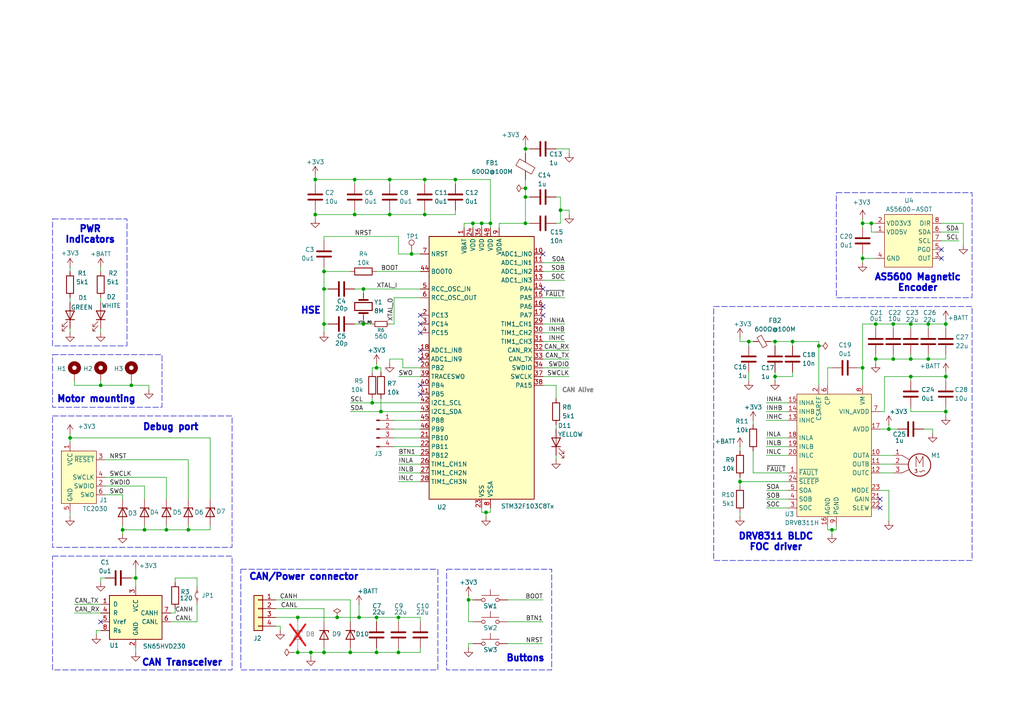
<source format=kicad_sch>
(kicad_sch (version 20250114) (generator "eeschema") (generator_version "9.0")
  (paper "A4")
  (title_block (title "MHADB BLDC Driver") (date "2026-01-10") (rev "01") (company "Mechadiabatik"))
  (rectangle (start 207.01 88.9) (end 281.94 162.56) (stroke (width 0) (type dash)))
  (rectangle (start 69.85 165.1) (end 127 194.31) (stroke (width 0) (type dash)))
  (rectangle (start 15.24 102.87) (end 46.99 118.11) (stroke (width 0) (type dash)))
  (rectangle (start 15.24 161.29) (end 67.31 194.31) (stroke (width 0) (type dash)))
  (rectangle (start 15.24 120.65) (end 67.31 158.75) (stroke (width 0) (type dash)))
  (rectangle (start 129.54 165.1) (end 160.02 194.31) (stroke (width 0) (type dash)))
  (rectangle (start 242.57 55.88) (end 281.94 86.36) (stroke (width 0) (type dash)))
  (rectangle (start 15.24 63.5) (end 36.83 100.33) (stroke (width 0) (type dash)))
  (text "Motor mounting" (at 27.94 115.824 0) (effects (font (size 1.905 1.905) (thickness 0.508) (bold yes))))
  (text "PWR\nIndicators" (at 26.162 68.072 0) (effects (font (size 1.905 1.905) (thickness 0.508) (bold yes))))
  (text "Debug port" (at 49.53 123.952 0) (effects (font (size 1.905 1.905) (thickness 0.508) (bold yes))))
  (text "HSE" (at 90.17 90.17 0) (effects (font (size 1.905 1.905) (thickness 0.508) (bold yes))))
  (text "CAN/Power connector" (at 88.138 167.386 0) (effects (font (size 1.905 1.905) (thickness 0.508) (bold yes))))
  (text "CAN Alive" (at 167.64 113.284 0) (effects (font (size 1.27 1.27) (thickness 0.508) (bold yes))))
  (text "AS5600 Magnetic\nEncoder" (at 266.192 82.042 0) (effects (font (size 1.905 1.905) (thickness 0.508) (bold yes))))
  (text "DRV8311 BLDC\nFOC driver" (at 225.044 157.226 0) (effects (font (size 1.905 1.905) (thickness 0.508) (bold yes))))
  (text "CAN Transceiver" (at 52.832 192.278 0) (effects (font (size 1.905 1.905) (thickness 0.508) (bold yes))))
  (text "Buttons" (at 152.4 191.008 0) (effects (font (size 1.905 1.905) (thickness 0.508) (bold yes))))
  (junction (at 102.87 52.07))
  (junction (at 269.24 93.98))
  (junction (at 224.79 99.06))
  (junction (at 86.36 179.07))
  (junction (at 105.41 93.98))
  (junction (at 54.61 153.67))
  (junction (at 229.87 99.06))
  (junction (at 274.32 93.98))
  (junction (at 109.22 179.07))
  (junction (at 254 104.14))
  (junction (at 115.57 179.07))
  (junction (at 123.19 52.07))
  (junction (at 152.4 64.77))
  (junction (at 152.4 43.18))
  (junction (at 86.36 189.23))
  (junction (at 90.17 189.23))
  (junction (at 35.56 153.67))
  (junction (at 250.19 64.77))
  (junction (at 132.08 52.07))
  (junction (at 39.37 167.64))
  (junction (at 29.21 111.76))
  (junction (at 105.41 83.82))
  (junction (at 252.73 64.77))
  (junction (at 93.98 78.74))
  (junction (at 274.32 119.38))
  (junction (at 101.6 189.23))
  (junction (at 139.7 64.77))
  (junction (at 224.79 109.22))
  (junction (at 107.95 116.84))
  (junction (at 20.32 127))
  (junction (at 140.97 148.59))
  (junction (at 38.1 111.76))
  (junction (at 214.63 139.7))
  (junction (at 41.91 153.67))
  (junction (at 110.49 119.38))
  (junction (at 109.22 106.68))
  (junction (at 254 93.98))
  (junction (at 152.4 54.61))
  (junction (at 162.56 60.96))
  (junction (at 274.32 109.22))
  (junction (at 91.44 62.23))
  (junction (at 109.22 189.23))
  (junction (at 115.57 189.23))
  (junction (at 113.03 62.23))
  (junction (at 259.08 93.98))
  (junction (at 142.24 64.77))
  (junction (at 93.98 189.23))
  (junction (at 93.98 93.98))
  (junction (at 250.19 106.68))
  (junction (at 237.49 100.33))
  (junction (at 269.24 104.14))
  (junction (at 137.16 64.77))
  (junction (at 264.16 93.98))
  (junction (at 91.44 52.07))
  (junction (at 104.14 179.07))
  (junction (at 257.81 124.46))
  (junction (at 113.03 52.07))
  (junction (at 259.08 104.14))
  (junction (at 264.16 109.22))
  (junction (at 264.16 104.14))
  (junction (at 48.26 153.67))
  (junction (at 93.98 83.82))
  (junction (at 250.19 74.93))
  (junction (at 152.4 57.15))
  (junction (at 97.79 179.07))
  (junction (at 102.87 62.23))
  (junction (at 135.89 173.99))
  (junction (at 217.17 99.06))
  (junction (at 119.38 73.66))
  (junction (at 241.3 153.67))
  (junction (at 123.19 62.23))
  (no_connect (at 121.92 101.6))
  (no_connect (at 273.05 72.39))
  (no_connect (at 157.48 73.66))
  (no_connect (at 273.05 74.93))
  (no_connect (at 121.92 114.3))
  (no_connect (at 157.48 91.44))
  (no_connect (at 255.27 144.78))
  (no_connect (at 29.21 180.34))
  (no_connect (at 121.92 91.44))
  (no_connect (at 121.92 93.98))
  (no_connect (at 255.27 147.32))
  (no_connect (at 157.48 88.9))
  (no_connect (at 121.92 96.52))
  (no_connect (at 121.92 104.14))
  (no_connect (at 121.92 111.76))
  (no_connect (at 157.48 83.82))
  (wire (pts (xy 123.19 62.23) (xy 132.08 62.23)))
  (wire (pts (xy 152.4 57.15) (xy 152.4 64.77)))
  (wire (pts (xy 102.87 93.98) (xy 105.41 93.98)))
  (wire (pts (xy 91.44 52.07) (xy 91.44 53.34)))
  (wire (pts (xy 241.3 154.94) (xy 241.3 153.67)))
  (wire (pts (xy 91.44 52.07) (xy 102.87 52.07)))
  (wire (pts (xy 142.24 52.07) (xy 142.24 64.77)))
  (wire (pts (xy 113.03 52.07) (xy 113.03 53.34)))
  (wire (pts (xy 137.16 180.34) (xy 135.89 180.34)))
  (wire (pts (xy 140.97 148.59) (xy 139.7 148.59)))
  (wire (pts (xy 20.32 148.59) (xy 20.32 149.86)))
  (wire (pts (xy 39.37 167.64) (xy 39.37 170.18)))
  (wire (pts (xy 86.36 179.07) (xy 80.01 179.07)))
  (wire (pts (xy 121.92 127) (xy 114.3 127)))
  (wire (pts (xy 163.83 81.28) (xy 157.48 81.28)))
  (wire (pts (xy 60.96 127) (xy 20.32 127)))
  (wire (pts (xy 20.32 77.47) (xy 20.32 78.74)))
  (wire (pts (xy 35.56 144.78) (xy 35.56 143.51)))
  (wire (pts (xy 30.48 140.97) (xy 41.91 140.97)))
  (wire (pts (xy 222.25 142.24) (xy 228.6 142.24)))
  (wire (pts (xy 30.48 167.64) (xy 29.21 167.64)))
  (wire (pts (xy 115.57 189.23) (xy 109.22 189.23)))
  (wire (pts (xy 254 93.98) (xy 259.08 93.98)))
  (wire (pts (xy 250.19 63.5) (xy 250.19 64.77)))
  (wire (pts (xy 135.89 187.96) (xy 135.89 186.69)))
  (wire (pts (xy 38.1 167.64) (xy 39.37 167.64)))
  (wire (pts (xy 93.98 78.74) (xy 101.6 78.74)))
  (wire (pts (xy 214.63 139.7) (xy 214.63 138.43)))
  (wire (pts (xy 105.41 83.82) (xy 121.92 83.82)))
  (wire (pts (xy 162.56 57.15) (xy 161.29 57.15)))
  (wire (pts (xy 165.1 109.22) (xy 157.48 109.22)))
  (wire (pts (xy 104.14 179.07) (xy 109.22 179.07)))
  (wire (pts (xy 29.21 77.47) (xy 29.21 78.74)))
  (wire (pts (xy 257.81 123.19) (xy 257.81 124.46)))
  (wire (pts (xy 35.56 152.4) (xy 35.56 153.67)))
  (wire (pts (xy 152.4 54.61) (xy 152.4 57.15)))
  (wire (pts (xy 137.16 66.04) (xy 137.16 64.77)))
  (wire (pts (xy 255.27 124.46) (xy 257.81 124.46)))
  (wire (pts (xy 85.09 189.23) (xy 86.36 189.23)))
  (wire (pts (xy 163.83 93.98) (xy 157.48 93.98)))
  (wire (pts (xy 274.32 109.22) (xy 264.16 109.22)))
  (wire (pts (xy 116.84 104.14) (xy 116.84 106.68)))
  (wire (pts (xy 93.98 93.98) (xy 95.25 93.98)))
  (wire (pts (xy 101.6 189.23) (xy 101.6 187.96)))
  (wire (pts (xy 217.17 107.95) (xy 217.17 110.49)))
  (wire (pts (xy 93.98 180.34) (xy 93.98 176.53)))
  (wire (pts (xy 86.36 187.96) (xy 86.36 189.23)))
  (wire (pts (xy 250.19 93.98) (xy 254 93.98)))
  (wire (pts (xy 86.36 179.07) (xy 86.36 180.34)))
  (wire (pts (xy 121.92 189.23) (xy 115.57 189.23)))
  (wire (pts (xy 90.17 189.23) (xy 86.36 189.23)))
  (wire (pts (xy 229.87 107.95) (xy 229.87 109.22)))
  (wire (pts (xy 237.49 100.33) (xy 237.49 111.76)))
  (wire (pts (xy 101.6 116.84) (xy 107.95 116.84)))
  (wire (pts (xy 109.22 187.96) (xy 109.22 189.23)))
  (wire (pts (xy 105.41 83.82) (xy 105.41 85.09)))
  (wire (pts (xy 29.21 111.76) (xy 38.1 111.76)))
  (wire (pts (xy 257.81 142.24) (xy 255.27 142.24)))
  (wire (pts (xy 48.26 153.67) (xy 54.61 153.67)))
  (wire (pts (xy 152.4 43.18) (xy 153.67 43.18)))
  (wire (pts (xy 274.32 119.38) (xy 274.32 120.65)))
  (wire (pts (xy 132.08 52.07) (xy 132.08 53.34)))
  (wire (pts (xy 41.91 153.67) (xy 48.26 153.67)))
  (wire (pts (xy 137.16 173.99) (xy 135.89 173.99)))
  (wire (pts (xy 50.8 167.64) (xy 50.8 168.91)))
  (wire (pts (xy 255.27 137.16) (xy 259.08 137.16)))
  (wire (pts (xy 105.41 93.98) (xy 105.41 92.71)))
  (wire (pts (xy 90.17 189.23) (xy 90.17 190.5)))
  (wire (pts (xy 20.32 127) (xy 20.32 128.27)))
  (wire (pts (xy 121.92 179.07) (xy 121.92 180.34)))
  (wire (pts (xy 115.57 179.07) (xy 121.92 179.07)))
  (wire (pts (xy 93.98 83.82) (xy 95.25 83.82)))
  (wire (pts (xy 259.08 104.14) (xy 264.16 104.14)))
  (wire (pts (xy 93.98 77.47) (xy 93.98 78.74)))
  (wire (pts (xy 252.73 64.77) (xy 254 64.77)))
  (wire (pts (xy 35.56 153.67) (xy 41.91 153.67)))
  (wire (pts (xy 237.49 99.06) (xy 237.49 100.33)))
  (wire (pts (xy 240.03 106.68) (xy 241.3 106.68)))
  (wire (pts (xy 152.4 52.07) (xy 152.4 54.61)))
  (wire (pts (xy 252.73 64.77) (xy 252.73 67.31)))
  (wire (pts (xy 110.49 107.95) (xy 110.49 106.68)))
  (wire (pts (xy 214.63 129.54) (xy 214.63 130.81)))
  (wire (pts (xy 139.7 148.59) (xy 139.7 147.32)))
  (wire (pts (xy 107.95 116.84) (xy 121.92 116.84)))
  (wire (pts (xy 80.01 176.53) (xy 93.98 176.53)))
  (wire (pts (xy 21.59 175.26) (xy 29.21 175.26)))
  (wire (pts (xy 278.13 69.85) (xy 273.05 69.85)))
  (wire (pts (xy 274.32 102.87) (xy 274.32 104.14)))
  (wire (pts (xy 107.95 93.98) (xy 105.41 93.98)))
  (wire (pts (xy 54.61 153.67) (xy 54.61 152.4)))
  (wire (pts (xy 101.6 173.99) (xy 101.6 180.34)))
  (wire (pts (xy 21.59 111.76) (xy 21.59 110.49)))
  (wire (pts (xy 38.1 111.76) (xy 43.18 111.76)))
  (wire (pts (xy 223.52 99.06) (xy 224.79 99.06)))
  (wire (pts (xy 252.73 67.31) (xy 254 67.31)))
  (wire (pts (xy 20.32 96.52) (xy 20.32 95.25)))
  (wire (pts (xy 165.1 43.18) (xy 161.29 43.18)))
  (wire (pts (xy 41.91 152.4) (xy 41.91 153.67)))
  (wire (pts (xy 224.79 99.06) (xy 224.79 100.33)))
  (wire (pts (xy 21.59 177.8) (xy 29.21 177.8)))
  (wire (pts (xy 250.19 64.77) (xy 250.19 66.04)))
  (wire (pts (xy 91.44 62.23) (xy 91.44 60.96)))
  (wire (pts (xy 224.79 109.22) (xy 229.87 109.22)))
  (wire (pts (xy 250.19 106.68) (xy 250.19 111.76)))
  (wire (pts (xy 161.29 132.08) (xy 161.29 133.35)))
  (wire (pts (xy 135.89 173.99) (xy 135.89 180.34)))
  (wire (pts (xy 264.16 104.14) (xy 264.16 102.87)))
  (wire (pts (xy 222.25 116.84) (xy 228.6 116.84)))
  (wire (pts (xy 222.25 144.78) (xy 228.6 144.78)))
  (wire (pts (xy 264.16 109.22) (xy 264.16 110.49)))
  (wire (pts (xy 142.24 148.59) (xy 140.97 148.59)))
  (wire (pts (xy 250.19 64.77) (xy 252.73 64.77)))
  (wire (pts (xy 30.48 138.43) (xy 48.26 138.43)))
  (wire (pts (xy 162.56 60.96) (xy 165.1 60.96)))
  (wire (pts (xy 109.22 179.07) (xy 109.22 180.34)))
  (wire (pts (xy 229.87 100.33) (xy 229.87 99.06)))
  (wire (pts (xy 269.24 102.87) (xy 269.24 104.14)))
  (wire (pts (xy 222.25 127) (xy 228.6 127)))
  (wire (pts (xy 255.27 132.08) (xy 259.08 132.08)))
  (wire (pts (xy 104.14 175.26) (xy 104.14 179.07)))
  (wire (pts (xy 162.56 60.96) (xy 162.56 64.77)))
  (wire (pts (xy 165.1 44.45) (xy 165.1 43.18)))
  (wire (pts (xy 250.19 74.93) (xy 250.19 76.2)))
  (wire (pts (xy 93.98 187.96) (xy 93.98 189.23)))
  (wire (pts (xy 57.15 167.64) (xy 50.8 167.64)))
  (wire (pts (xy 115.57 73.66) (xy 115.57 68.58)))
  (wire (pts (xy 274.32 110.49) (xy 274.32 109.22)))
  (wire (pts (xy 114.3 86.36) (xy 114.3 93.98)))
  (wire (pts (xy 153.67 64.77) (xy 152.4 64.77)))
  (wire (pts (xy 93.98 189.23) (xy 101.6 189.23)))
  (wire (pts (xy 115.57 187.96) (xy 115.57 189.23)))
  (wire (pts (xy 30.48 143.51) (xy 35.56 143.51)))
  (wire (pts (xy 254 104.14) (xy 259.08 104.14)))
  (wire (pts (xy 102.87 83.82) (xy 105.41 83.82)))
  (wire (pts (xy 274.32 93.98) (xy 274.32 95.25)))
  (wire (pts (xy 49.53 177.8) (xy 50.8 177.8)))
  (wire (pts (xy 259.08 104.14) (xy 259.08 102.87)))
  (wire (pts (xy 49.53 180.34) (xy 57.15 180.34)))
  (wire (pts (xy 102.87 62.23) (xy 113.03 62.23)))
  (wire (pts (xy 165.1 60.96) (xy 165.1 62.23)))
  (wire (pts (xy 274.32 119.38) (xy 264.16 119.38)))
  (wire (pts (xy 269.24 104.14) (xy 274.32 104.14)))
  (wire (pts (xy 57.15 170.18) (xy 57.15 167.64)))
  (wire (pts (xy 240.03 152.4) (xy 240.03 153.67)))
  (wire (pts (xy 86.36 179.07) (xy 97.79 179.07)))
  (wire (pts (xy 21.59 111.76) (xy 29.21 111.76)))
  (wire (pts (xy 229.87 99.06) (xy 237.49 99.06)))
  (wire (pts (xy 113.03 62.23) (xy 123.19 62.23)))
  (wire (pts (xy 161.29 115.57) (xy 161.29 111.76)))
  (wire (pts (xy 259.08 93.98) (xy 259.08 95.25)))
  (wire (pts (xy 107.95 115.57) (xy 107.95 116.84)))
  (wire (pts (xy 109.22 179.07) (xy 115.57 179.07)))
  (wire (pts (xy 240.03 111.76) (xy 240.03 106.68)))
  (wire (pts (xy 27.94 182.88) (xy 27.94 184.15)))
  (wire (pts (xy 93.98 83.82) (xy 93.98 93.98)))
  (wire (pts (xy 80.01 173.99) (xy 101.6 173.99)))
  (wire (pts (xy 270.51 124.46) (xy 267.97 124.46)))
  (wire (pts (xy 54.61 153.67) (xy 60.96 153.67)))
  (wire (pts (xy 224.79 99.06) (xy 229.87 99.06)))
  (wire (pts (xy 60.96 144.78) (xy 60.96 127)))
  (wire (pts (xy 93.98 68.58) (xy 93.98 69.85)))
  (wire (pts (xy 97.79 179.07) (xy 104.14 179.07)))
  (wire (pts (xy 110.49 115.57) (xy 110.49 119.38)))
  (wire (pts (xy 110.49 119.38) (xy 121.92 119.38)))
  (wire (pts (xy 140.97 149.86) (xy 140.97 148.59)))
  (wire (pts (xy 214.63 97.79) (xy 214.63 99.06)))
  (wire (pts (xy 224.79 109.22) (xy 224.79 110.49)))
  (wire (pts (xy 278.13 67.31) (xy 273.05 67.31)))
  (wire (pts (xy 279.4 64.77) (xy 273.05 64.77)))
  (wire (pts (xy 114.3 93.98) (xy 113.03 93.98)))
  (wire (pts (xy 20.32 87.63) (xy 20.32 86.36)))
  (wire (pts (xy 214.63 139.7) (xy 228.6 139.7)))
  (wire (pts (xy 39.37 187.96) (xy 39.37 189.23)))
  (wire (pts (xy 270.51 125.73) (xy 270.51 124.46)))
  (wire (pts (xy 123.19 60.96) (xy 123.19 62.23)))
  (wire (pts (xy 48.26 144.78) (xy 48.26 138.43)))
  (wire (pts (xy 121.92 124.46) (xy 114.3 124.46)))
  (wire (pts (xy 116.84 104.14) (xy 113.03 104.14)))
  (wire (pts (xy 222.25 147.32) (xy 228.6 147.32)))
  (wire (pts (xy 241.3 153.67) (xy 240.03 153.67)))
  (wire (pts (xy 102.87 52.07) (xy 102.87 53.34)))
  (wire (pts (xy 109.22 189.23) (xy 101.6 189.23)))
  (wire (pts (xy 218.44 121.92) (xy 218.44 123.19)))
  (wire (pts (xy 139.7 64.77) (xy 137.16 64.77)))
  (wire (pts (xy 214.63 148.59) (xy 214.63 149.86)))
  (wire (pts (xy 259.08 93.98) (xy 264.16 93.98)))
  (wire (pts (xy 121.92 129.54) (xy 114.3 129.54)))
  (wire (pts (xy 144.78 66.04) (xy 144.78 64.77)))
  (wire (pts (xy 147.32 186.69) (xy 157.48 186.69)))
  (wire (pts (xy 264.16 93.98) (xy 269.24 93.98)))
  (wire (pts (xy 254 105.41) (xy 254 104.14)))
  (wire (pts (xy 147.32 173.99) (xy 157.48 173.99)))
  (wire (pts (xy 27.94 182.88) (xy 29.21 182.88)))
  (wire (pts (xy 163.83 76.2) (xy 157.48 76.2)))
  (wire (pts (xy 115.57 137.16) (xy 121.92 137.16)))
  (wire (pts (xy 91.44 63.5) (xy 91.44 62.23)))
  (wire (pts (xy 20.32 125.73) (xy 20.32 127)))
  (wire (pts (xy 250.19 74.93) (xy 250.19 73.66)))
  (wire (pts (xy 257.81 151.13) (xy 257.81 142.24)))
  (wire (pts (xy 102.87 60.96) (xy 102.87 62.23)))
  (wire (pts (xy 123.19 53.34) (xy 123.19 52.07)))
  (wire (pts (xy 115.57 134.62) (xy 121.92 134.62)))
  (wire (pts (xy 163.83 96.52) (xy 157.48 96.52)))
  (wire (pts (xy 163.83 78.74) (xy 157.48 78.74)))
  (wire (pts (xy 109.22 78.74) (xy 121.92 78.74)))
  (wire (pts (xy 115.57 179.07) (xy 115.57 180.34)))
  (wire (pts (xy 93.98 78.74) (xy 93.98 83.82)))
  (wire (pts (xy 81.28 181.61) (xy 81.28 182.88)))
  (wire (pts (xy 248.92 106.68) (xy 250.19 106.68)))
  (wire (pts (xy 274.32 118.11) (xy 274.32 119.38)))
  (wire (pts (xy 250.19 74.93) (xy 254 74.93)))
  (wire (pts (xy 242.57 153.67) (xy 241.3 153.67)))
  (wire (pts (xy 91.44 50.8) (xy 91.44 52.07)))
  (wire (pts (xy 165.1 106.68) (xy 157.48 106.68)))
  (wire (pts (xy 256.54 109.22) (xy 264.16 109.22)))
  (wire (pts (xy 60.96 153.67) (xy 60.96 152.4)))
  (wire (pts (xy 132.08 62.23) (xy 132.08 60.96)))
  (wire (pts (xy 152.4 43.18) (xy 152.4 44.45)))
  (wire (pts (xy 90.17 189.23) (xy 93.98 189.23)))
  (wire (pts (xy 29.21 167.64) (xy 29.21 168.91)))
  (wire (pts (xy 165.1 101.6) (xy 157.48 101.6)))
  (wire (pts (xy 102.87 52.07) (xy 113.03 52.07)))
  (wire (pts (xy 29.21 111.76) (xy 29.21 110.49)))
  (wire (pts (xy 254 102.87) (xy 254 104.14)))
  (wire (pts (xy 137.16 64.77) (xy 134.62 64.77)))
  (wire (pts (xy 161.29 64.77) (xy 162.56 64.77)))
  (wire (pts (xy 142.24 52.07) (xy 132.08 52.07)))
  (wire (pts (xy 279.4 64.77) (xy 279.4 71.12)))
  (wire (pts (xy 161.29 111.76) (xy 157.48 111.76)))
  (wire (pts (xy 41.91 140.97) (xy 41.91 144.78)))
  (wire (pts (xy 222.25 119.38) (xy 228.6 119.38)))
  (wire (pts (xy 113.03 60.96) (xy 113.03 62.23)))
  (wire (pts (xy 39.37 165.1) (xy 39.37 167.64)))
  (wire (pts (xy 222.25 129.54) (xy 228.6 129.54)))
  (wire (pts (xy 107.95 106.68) (xy 107.95 107.95)))
  (wire (pts (xy 217.17 99.06) (xy 217.17 100.33)))
  (wire (pts (xy 50.8 176.53) (xy 50.8 177.8)))
  (wire (pts (xy 48.26 152.4) (xy 48.26 153.67)))
  (wire (pts (xy 35.56 153.67) (xy 35.56 154.94)))
  (wire (pts (xy 57.15 180.34) (xy 57.15 175.26)))
  (wire (pts (xy 38.1 110.49) (xy 38.1 111.76)))
  (wire (pts (xy 109.22 105.41) (xy 109.22 106.68)))
  (wire (pts (xy 256.54 119.38) (xy 255.27 119.38)))
  (wire (pts (xy 115.57 109.22) (xy 121.92 109.22)))
  (wire (pts (xy 161.29 124.46) (xy 161.29 123.19)))
  (wire (pts (xy 142.24 66.04) (xy 142.24 64.77)))
  (wire (pts (xy 110.49 106.68) (xy 109.22 106.68)))
  (wire (pts (xy 269.24 104.14) (xy 264.16 104.14)))
  (wire (pts (xy 218.44 130.81) (xy 218.44 137.16)))
  (wire (pts (xy 135.89 173.99) (xy 135.89 172.72)))
  (wire (pts (xy 29.21 87.63) (xy 29.21 86.36)))
  (wire (pts (xy 91.44 62.23) (xy 102.87 62.23)))
  (wire (pts (xy 101.6 119.38) (xy 110.49 119.38)))
  (wire (pts (xy 139.7 64.77) (xy 139.7 66.04)))
  (wire (pts (xy 274.32 107.95) (xy 274.32 109.22)))
  (wire (pts (xy 93.98 93.98) (xy 93.98 96.52)))
  (wire (pts (xy 214.63 139.7) (xy 214.63 140.97)))
  (wire (pts (xy 269.24 93.98) (xy 274.32 93.98)))
  (wire (pts (xy 222.25 132.08) (xy 228.6 132.08)))
  (wire (pts (xy 242.57 152.4) (xy 242.57 153.67)))
  (wire (pts (xy 121.92 187.96) (xy 121.92 189.23)))
  (wire (pts (xy 121.92 73.66) (xy 119.38 73.66)))
  (wire (pts (xy 121.92 121.92) (xy 114.3 121.92)))
  (wire (pts (xy 114.3 86.36) (xy 121.92 86.36)))
  (wire (pts (xy 254 93.98) (xy 254 95.25)))
  (wire (pts (xy 81.28 181.61) (xy 80.01 181.61)))
  (wire (pts (xy 165.1 104.14) (xy 157.48 104.14)))
  (wire (pts (xy 163.83 86.36) (xy 157.48 86.36)))
  (wire (pts (xy 274.32 92.71) (xy 274.32 93.98)))
  (wire (pts (xy 147.32 180.34) (xy 157.48 180.34)))
  (wire (pts (xy 135.89 186.69) (xy 137.16 186.69)))
  (wire (pts (xy 152.4 41.91) (xy 152.4 43.18)))
  (wire (pts (xy 132.08 52.07) (xy 123.19 52.07)))
  (wire (pts (xy 115.57 132.08) (xy 121.92 132.08)))
  (wire (pts (xy 224.79 109.22) (xy 224.79 107.95)))
  (wire (pts (xy 218.44 137.16) (xy 228.6 137.16)))
  (wire (pts (xy 162.56 57.15) (xy 162.56 60.96)))
  (wire (pts (xy 256.54 109.22) (xy 256.54 119.38)))
  (wire (pts (xy 163.83 99.06) (xy 157.48 99.06)))
  (wire (pts (xy 93.98 68.58) (xy 115.57 68.58)))
  (wire (pts (xy 264.16 119.38) (xy 264.16 118.11)))
  (wire (pts (xy 144.78 64.77) (xy 152.4 64.77)))
  (wire (pts (xy 43.18 111.76) (xy 43.18 113.03)))
  (wire (pts (xy 152.4 57.15) (xy 153.67 57.15)))
  (wire (pts (xy 257.81 124.46) (xy 260.35 124.46)))
  (wire (pts (xy 255.27 134.62) (xy 259.08 134.62)))
  (wire (pts (xy 113.03 104.14) (xy 113.03 105.41)))
  (wire (pts (xy 119.38 73.66) (xy 115.57 73.66)))
  (wire (pts (xy 121.92 106.68) (xy 116.84 106.68)))
  (wire (pts (xy 214.63 99.06) (xy 217.17 99.06)))
  (wire (pts (xy 30.48 133.35) (xy 54.61 133.35)))
  (wire (pts (xy 139.7 64.77) (xy 142.24 64.77)))
  (wire (pts (xy 269.24 93.98) (xy 269.24 95.25)))
  (wire (pts (xy 217.17 99.06) (xy 218.44 99.06)))
  (wire (pts (xy 264.16 93.98) (xy 264.16 95.25)))
  (wire (pts (xy 29.21 96.52) (xy 29.21 95.25)))
  (wire (pts (xy 142.24 147.32) (xy 142.24 148.59)))
  (wire (pts (xy 115.57 139.7) (xy 121.92 139.7)))
  (wire (pts (xy 134.62 64.77) (xy 134.62 66.04)))
  (wire (pts (xy 113.03 52.07) (xy 123.19 52.07)))
  (wire (pts (xy 250.19 93.98) (xy 250.19 106.68)))
  (wire (pts (xy 109.22 106.68) (xy 107.95 106.68)))
  (wire (pts (xy 54.61 133.35) (xy 54.61 144.78)))
  (wire (pts (xy 222.25 121.92) (xy 228.6 121.92)))
  (label "XTAL_I" (at 109.22 83.82 0))
  (label "CANH" (at 50.8 177.8 0))
  (label "NRST" (at 157.48 186.69 180))
  (label "SOC" (at 163.83 81.28 180))
  (label "SWCLK" (at 165.1 109.22 180))
  (label "INLC" (at 115.57 139.7 0))
  (label "SOC" (at 222.25 147.32 0))
  (label "~{FAULT}" (at 222.25 137.16 0))
  (label "~{FAULT}" (at 163.83 86.36 180))
  (label "XTAL_RO" (at 107.95 93.98 180) (effects (font (size 0.635 0.635))))
  (label "NRST" (at 102.87 68.58 0))
  (label "INHC" (at 163.83 99.06 180))
  (label "INHA" (at 222.25 116.84 0))
  (label "INLB" (at 222.25 129.54 0))
  (label "CANL" (at 50.8 180.34 0))
  (label "SWDIO" (at 165.1 106.68 180))
  (label "SOA" (at 222.25 142.24 0))
  (label "CAN_RX" (at 165.1 101.6 180))
  (label "INLB" (at 115.57 137.16 0))
  (label "SOA" (at 163.83 76.2 180))
  (label "INLA" (at 222.25 127 0))
  (label "CAN_TX" (at 165.1 104.14 180))
  (label "BOOT" (at 157.48 173.99 180))
  (label "SCL" (at 278.13 69.85 180))
  (label "BTN1" (at 157.48 180.34 180))
  (label "SDA" (at 278.13 67.31 180))
  (label "CAN_TX" (at 21.59 175.26 0))
  (label "CAN_RX" (at 21.59 177.8 0))
  (label "CANL" (at 86.36 176.53 180))
  (label "NRST" (at 31.75 133.35 0))
  (label "SDA" (at 101.6 119.38 0))
  (label "SOB" (at 163.83 78.74 180))
  (label "SWO" (at 31.75 143.51 0))
  (label "INHB" (at 222.25 119.38 0))
  (label "XTAL_O" (at 114.3 86.36 270))
  (label "INHB" (at 163.83 96.52 180))
  (label "CANH" (at 86.36 173.99 180))
  (label "SCL" (at 101.6 116.84 0))
  (label "INLC" (at 222.25 132.08 0))
  (label "SWDIO" (at 31.75 140.97 0))
  (label "SWO" (at 115.57 109.22 0))
  (label "SWCLK" (at 31.75 138.43 0))
  (label "INHA" (at 163.83 93.98 180))
  (label "INLA" (at 115.57 134.62 0))
  (label "BTN1" (at 115.57 132.08 0))
  (label "BOOT" (at 110.49 78.74 0))
  (label "INHC" (at 222.25 121.92 0))
  (label "SOB" (at 222.25 144.78 0))
  (symbol (lib_id "power:GND") (at 27.94 184.15 0) (unit 1)
    (property "Reference" "#PWR05" (effects (hide yes)))
    (property "Value" "GND" (effects (hide yes)))
    (property "Description" "Power symbol creates a global label with name \"GND\" , ground" (effects (hide yes)))
  )
  (symbol (lib_id "Device:C") (at 91.44 57.15 0) (unit 1)
    (property "Reference" "C2" (at 94.234 55.88 0) (effects (justify left)))
    (property "Value" "10u" (at 94.234 58.42 0) (effects (justify left)))
    (property "Footprint" "Capacitor_SMD:C_0805_2012Metric" (effects (hide yes)))
    (property "Description" "Unpolarized capacitor" (effects (hide yes)))
    (property "Basic" "Y" (effects (hide yes)))
    (property "JLCPCB Part #" "C440198" (effects (hide yes)))
    (property "Manufacturer" "Murata" (effects (hide yes)))
    (property "Manufacturer Part Number" "GRM21BR61H106KE43L" (effects (hide yes)))
  )
  (symbol (lib_id "power:+BATT") (at 29.21 77.47 0) (unit 1)
    (property "Reference" "#PWR06" (effects (hide yes)))
    (property "Value" "+BATT" (at 29.21 73.66 0))
    (property "Description" "Power symbol creates a global label with name \"+BATT\"" (effects (hide yes)))
  )
  (symbol (lib_id "power:+3V3") (at 20.32 77.47 0) (unit 1)
    (property "Reference" "#PWR01" (effects (hide yes)))
    (property "Value" "+3V3" (at 20.32 73.406 0))
    (property "Description" "Power symbol creates a global label with name \"+3V3\"" (effects (hide yes)))
  )
  (symbol (lib_id "Device:R") (at 20.32 82.55 0) (mirror y) (unit 1)
    (property "Reference" "R1" (at 23.876 79.248 0))
    (property "Value" "5k1" (at 23.876 81.788 0))
    (property "Footprint" "Resistor_SMD:R_0402_1005Metric" (effects (hide yes)))
    (property "Description" "Resistor" (effects (hide yes)))
    (property "Manufacturer" "Uniroyal Elec" (effects (hide yes)))
    (property "Manufacturer Part Number" "0402WGF5101TCE" (effects (hide yes)))
    (property "Basic" "Y" (effects (hide yes)))
    (property "JLCPCB Part #" "C25905" (effects (hide yes)))
  )
  (symbol (lib_id "power:GND") (at 90.17 190.5 0) (unit 1)
    (property "Reference" "#PWR014" (effects (hide yes)))
    (property "Value" "GND" (effects (hide yes)))
    (property "Description" "Power symbol creates a global label with name \"GND\" , ground" (effects (hide yes)))
  )
  (symbol (lib_id "Device:R") (at 161.29 119.38 0) (unit 1)
    (property "Reference" "R8" (at 163.068 118.11 0) (effects (justify left)))
    (property "Value" "5k1" (at 163.068 120.65 0) (effects (justify left)))
    (property "Footprint" "Resistor_SMD:R_0402_1005Metric" (effects (hide yes)))
    (property "Description" "Resistor" (effects (hide yes)))
    (property "Manufacturer" "Uniroyal Elec" (effects (hide yes)))
    (property "Manufacturer Part Number" "0402WGF5101TCE" (effects (hide yes)))
    (property "Basic" "Y" (effects (hide yes)))
    (property "JLCPCB Part #" "C25905" (effects (hide yes)))
  )
  (symbol (lib_id "Device:R") (at 50.8 172.72 0) (mirror x) (unit 1)
    (property "Reference" "R3" (at 52.324 171.704 0) (effects (justify left)))
    (property "Value" "120" (at 52.07 173.482 0) (effects (justify left)))
    (property "Footprint" "Resistor_SMD:R_1206_3216Metric" (effects (hide yes)))
    (property "Description" "Resistor" (effects (hide yes)))
    (property "Basic" "Y" (effects (hide yes)))
    (property "JLCPCB Part #" "C17909" (effects (hide yes)))
    (property "Manufacturer" "Uniroyal Elec" (effects (hide yes)))
    (property "Manufacturer Part Number" "1206W4F1200T5E" (effects (hide yes)))
  )
  (symbol (lib_id "Device:C") (at 274.32 99.06 0) (unit 1)
    (property "Reference" "C27" (at 277.114 97.79 0) (effects (justify left)))
    (property "Value" "22u" (at 277.114 100.33 0) (effects (justify left)))
    (property "Footprint" "Capacitor_SMD:C_1206_3216Metric" (effects (hide yes)))
    (property "Description" "Unpolarized capacitor" (effects (hide yes)))
    (property "Basic" "Y" (effects (hide yes)))
    (property "JLCPCB Part #" "C12891" (effects (hide yes)))
    (property "Manufacturer" "Samsung Electro-Mechanics " (effects (hide yes)))
    (property "Manufacturer Part Number" "CL31A226KAHNNNE" (effects (hide yes)))
  )
  (symbol (lib_id "Device:R") (at 105.41 78.74 90) (mirror x) (unit 1)
    (property "Reference" "R4" (at 105.41 73.66 90))
    (property "Value" "10k" (at 105.41 76.2 90))
    (property "Footprint" "Resistor_SMD:R_0402_1005Metric" (effects (hide yes)))
    (property "Description" "Resistor" (effects (hide yes)))
    (property "Basic" "Y" (effects (hide yes)))
    (property "JLCPCB Part #" "C25744" (effects (hide yes)))
    (property "Manufacturer" "Uniroyal Elec" (effects (hide yes)))
    (property "Manufacturer Part Number" "0402WGF1002TCE" (effects (hide yes)))
  )
  (symbol (lib_id "Device:C") (at 123.19 57.15 0) (unit 1)
    (property "Reference" "C11" (at 125.984 55.88 0) (effects (justify left)))
    (property "Value" "0u1" (at 125.984 58.42 0) (effects (justify left)))
    (property "Footprint" "Capacitor_SMD:C_0402_1005Metric" (effects (hide yes)))
    (property "Description" "Unpolarized capacitor" (effects (hide yes)))
    (property "Basic" "Y" (effects (hide yes)))
    (property "JLCPCB Part #" "C307331" (effects (hide yes)))
    (property "Manufacturer" "Samsung Electro-Mechanics " (effects (hide yes)))
    (property "Manufacturer Part Number" "CL05B104KB54PNC" (effects (hide yes)))
  )
  (symbol (lib_id "power:+3V3") (at 39.37 165.1 0) (unit 1)
    (property "Reference" "#PWR010" (effects (hide yes)))
    (property "Value" "+3V3" (at 42.926 164.084 0))
    (property "Description" "Power symbol creates a global label with name \"+3V3\"" (effects (hide yes)))
  )
  (symbol (lib_id "Device:C") (at 115.57 184.15 0) (unit 1)
    (property "Reference" "C9" (at 114.3 175.768 0) (effects (justify left)))
    (property "Value" "22u" (at 114.3 177.546 0) (effects (justify left)))
    (property "Footprint" "Capacitor_SMD:C_1206_3216Metric" (effects (hide yes)))
    (property "Description" "Unpolarized capacitor" (effects (hide yes)))
    (property "Basic" "Y" (effects (hide yes)))
    (property "JLCPCB Part #" "C12891" (effects (hide yes)))
    (property "Manufacturer" "Samsung Electro-Mechanics " (effects (hide yes)))
    (property "Manufacturer Part Number" "CL31A226KAHNNNE" (effects (hide yes)))
  )
  (symbol (lib_id "Device:R") (at 110.49 111.76 0) (unit 1)
    (property "Reference" "R7" (at 112.268 111.252 0) (effects (justify left)))
    (property "Value" "10k" (at 112.268 113.792 0) (effects (justify left)))
    (property "Footprint" "Resistor_SMD:R_0402_1005Metric" (effects (hide yes)))
    (property "Description" "Resistor" (effects (hide yes)))
    (property "Basic" "Y" (effects (hide yes)))
    (property "JLCPCB Part #" "C25744" (effects (hide yes)))
    (property "Manufacturer" "Uniroyal Elec" (effects (hide yes)))
    (property "Manufacturer Part Number" "0402WGF1002TCE" (effects (hide yes)))
  )
  (symbol (lib_id "Switch:SW_Push") (at 142.24 186.69 0) (unit 1)
    (property "Reference" "SW3" (at 142.24 188.468 0))
    (property "Value" "SW_Push" (effects (hide yes)))
    (property "Footprint" "Button_Switch_SMD:SW_SPST_TS-1088-xR020" (effects (hide yes)))
    (property "Description" "Push button switch, generic, two pins" (effects (hide yes)))
    (property "Manufacturer" "XUNPU" (effects (hide yes)))
    (property "Manufacturer Part Number" "TS-1088-AR02016" (effects (hide yes)))
    (property "Basic" "Y" (effects (hide yes)))
    (property "JLCPCB Part #" "C720477" (effects (hide yes)))
  )
  (symbol (lib_id "Device:Crystal") (at 105.41 88.9 90) (unit 1)
    (property "Reference" "Y1" (at 108.458 87.63 90) (effects (justify right)))
    (property "Value" "8M" (at 108.458 90.17 90) (effects (justify right)))
    (property "Footprint" "Crystal:Crystal_SMD_5032-2Pin_5.0x3.2mm" (effects (hide yes)))
    (property "Description" "Two pin crystal" (effects (hide yes)))
    (property "Basic" "Y" (effects (hide yes)))
    (property "JLCPCB Part #" "C115962" (effects (hide yes)))
    (property "Manufacturer" "YXC Crystal Oscillators" (effects (hide yes)))
    (property "Manufacturer Part Number" "X50328MSB2GI" (effects (hide yes)))
  )
  (symbol (lib_id "Device:C") (at 34.29 167.64 270) (mirror x) (unit 1)
    (property "Reference" "C1" (at 30.48 163.068 90))
    (property "Value" "0u1" (at 30.48 165.608 90))
    (property "Footprint" "Capacitor_SMD:C_0402_1005Metric" (effects (hide yes)))
    (property "Description" "Unpolarized capacitor" (effects (hide yes)))
    (property "Basic" "Y" (effects (hide yes)))
    (property "JLCPCB Part #" "C307331" (effects (hide yes)))
    (property "Manufacturer" "Samsung Electro-Mechanics " (effects (hide yes)))
    (property "Manufacturer Part Number" "CL05B104KB54PNC" (effects (hide yes)))
  )
  (symbol (lib_id "Mechanical:MountingHole_Pad") (at 38.1 107.95 0) (unit 1) (in_bom no)
    (property "Reference" "H3" (at 33.02 106.934 0) (effects (justify left)))
    (property "Value" "MountingHole_Pad" (effects (hide yes)))
    (property "Footprint" "GLCS:MountingHole_3.2mm_M3_DIN965_Pad_Thin" (effects (hide yes)))
    (property "Description" "Mounting Hole with connection" (effects (hide yes)))
  )
  (symbol (lib_id "GLCS:H5VU10U") (at 86.36 184.15 270) (unit 1) (dnp yes)
    (property "Reference" "D8" (at 88.646 183.896 90) (effects (justify left)))
    (property "Value" "H5VU10U" (effects (hide yes)))
    (property "Footprint" "GLCS:Diode_DFN1006" (effects (hide yes)))
    (property "Datasheet" "https://datasheet.lcsc.com/lcsc/2504101957_hongjiacheng-H5VU10U_C22395519.pdf" (effects (hide yes)))
    (property "Description" "-55℃~+155℃ 0.8pF 16V 200nA 55W@8/20us 5A@8/20us 5V 6V ESD IEC 61000-4-2 Unidirectional DFN1006-2L ESD and Surge Protection (TVS/ESD) ROHS" (effects (hide yes)))
    (property "Basic" "E" (effects (hide yes)))
    (property "JLCPCB Part #" "C22395519" (effects (hide yes)))
    (property "Manufacturer" "hongjiacheng" (effects (hide yes)))
    (property "Manufacturer Part Number" "H5VU10U" (effects (hide yes)))
  )
  (symbol (lib_id "GLCS:H5VU10U") (at 54.61 148.59 270) (unit 1)
    (property "Reference" "D6" (at 56.388 148.59 90) (effects (justify left)))
    (property "Value" "H5VU10U" (effects (hide yes)))
    (property "Footprint" "GLCS:Diode_DFN1006" (effects (hide yes)))
    (property "Datasheet" "https://datasheet.lcsc.com/lcsc/2504101957_hongjiacheng-H5VU10U_C22395519.pdf" (effects (hide yes)))
    (property "Description" "-55℃~+155℃ 0.8pF 16V 200nA 55W@8/20us 5A@8/20us 5V 6V ESD IEC 61000-4-2 Unidirectional DFN1006-2L ESD and Surge Protection (TVS/ESD) ROHS" (effects (hide yes)))
    (property "Basic" "E" (effects (hide yes)))
    (property "JLCPCB Part #" "C22395519" (effects (hide yes)))
    (property "Manufacturer" "hongjiacheng" (effects (hide yes)))
    (property "Manufacturer Part Number" "H5VU10U" (effects (hide yes)))
  )
  (symbol (lib_id "Device:C") (at 250.19 69.85 0) (mirror y) (unit 1)
    (property "Reference" "C20" (at 247.396 68.58 0) (effects (justify left)))
    (property "Value" "0u1" (at 247.396 71.12 0) (effects (justify left)))
    (property "Footprint" "Capacitor_SMD:C_0402_1005Metric" (effects (hide yes)))
    (property "Description" "Unpolarized capacitor" (effects (hide yes)))
    (property "Basic" "Y" (effects (hide yes)))
    (property "JLCPCB Part #" "C307331" (effects (hide yes)))
    (property "Manufacturer" "Samsung Electro-Mechanics " (effects (hide yes)))
    (property "Manufacturer Part Number" "CL05B104KB54PNC" (effects (hide yes)))
  )
  (symbol (lib_id "power:GND") (at 135.89 187.96 0) (unit 1)
    (property "Reference" "#PWR022" (effects (hide yes)))
    (property "Value" "GND" (effects (hide yes)))
    (property "Description" "Power symbol creates a global label with name \"GND\" , ground" (effects (hide yes)))
  )
  (symbol (lib_id "Device:C") (at 229.87 104.14 0) (unit 1)
    (property "Reference" "C18" (at 232.664 102.87 0) (effects (justify left)))
    (property "Value" "10n" (at 232.664 105.41 0) (effects (justify left)))
    (property "Footprint" "Capacitor_SMD:C_0402_1005Metric" (effects (hide yes)))
    (property "Description" "Unpolarized capacitor" (effects (hide yes)))
    (property "Basic" "Y" (effects (hide yes)))
    (property "JLCPCB Part #" "C15195" (effects (hide yes)))
    (property "Manufacturer" "Samsung Electro-Mechanics " (effects (hide yes)))
    (property "Manufacturer Part Number" "CL05B103KB5NNNC" (effects (hide yes)))
  )
  (symbol (lib_id "Device:C") (at 99.06 93.98 270) (mirror x) (unit 1)
    (property "Reference" "C5" (at 99.06 97.536 90))
    (property "Value" "20p" (at 99.06 99.568 90))
    (property "Footprint" "Capacitor_SMD:C_0603_1608Metric" (effects (hide yes)))
    (property "Description" "Unpolarized capacitor" (effects (hide yes)))
    (property "Basic" "Y" (effects (hide yes)))
    (property "JLCPCB Part #" "C1648" (effects (hide yes)))
    (property "Manufacturer" "Samsung Electro-Mechanics " (effects (hide yes)))
    (property "Manufacturer Part Number" "CL10C200JB8NNNC" (effects (hide yes)))
  )
  (symbol (lib_id "power:GND") (at 113.03 105.41 0) (unit 1)
    (property "Reference" "#PWR020" (effects (hide yes)))
    (property "Value" "GND" (effects (hide yes)))
    (property "Description" "Power symbol creates a global label with name \"GND\" , ground" (effects (hide yes)))
  )
  (symbol (lib_id "Device:C") (at 217.17 104.14 0) (mirror y) (unit 1)
    (property "Reference" "C16" (at 216.662 106.426 0) (effects (justify left)))
    (property "Value" "1u" (at 216.662 108.966 0) (effects (justify left)))
    (property "Footprint" "Capacitor_SMD:C_0402_1005Metric" (effects (hide yes)))
    (property "Description" "Unpolarized capacitor" (effects (hide yes)))
    (property "Basic" "Y" (effects (hide yes)))
    (property "JLCPCB Part #" "C52923" (effects (hide yes)))
    (property "Manufacturer" "Samsung Electro-Mechanics " (effects (hide yes)))
    (property "Manufacturer Part Number" "CL05A105KA5NQNC" (effects (hide yes)))
  )
  (symbol (lib_id "power:GND") (at 217.17 110.49 0) (mirror y) (unit 1)
    (property "Reference" "#PWR031" (effects (hide yes)))
    (property "Value" "GND" (effects (hide yes)))
    (property "Description" "Power symbol creates a global label with name \"GND\" , ground" (effects (hide yes)))
  )
  (symbol (lib_id "Connector_Generic:Conn_01x04") (at 74.93 176.53 0) (mirror y) (unit 1) (in_bom no)
    (property "Reference" "J2" (at 74.676 185.166 0))
    (property "Value" "Conn_01x04" (effects (hide yes)))
    (property "Footprint" "Connector_JST:JST_XH_B4B-XH-A_1x04_P2.50mm_Vertical" (effects (hide yes)))
    (property "Description" "Generic connector, single row, 01x04, script generated (kicad-library-utils/schlib/autogen/connector/)" (effects (hide yes)))
    (property "Basic" "Z" (effects (hide yes)))
    (property "JLCPCB Part #" "C144395" (effects (hide yes)))
    (property "Manufacturer" "JST" (effects (hide yes)))
    (property "Manufacturer Part Number" "B4B-XH-A(LF)(SN)" (effects (hide yes)))
  )
  (symbol (lib_id "Device:R") (at 107.95 111.76 0) (mirror x) (unit 1)
    (property "Reference" "R5" (at 105.41 110.4899 0) (effects (justify right)))
    (property "Value" "10k" (at 105.41 113.0299 0) (effects (justify right)))
    (property "Footprint" "Resistor_SMD:R_0402_1005Metric" (effects (hide yes)))
    (property "Description" "Resistor" (effects (hide yes)))
    (property "Basic" "Y" (effects (hide yes)))
    (property "JLCPCB Part #" "C25744" (effects (hide yes)))
    (property "Manufacturer" "Uniroyal Elec" (effects (hide yes)))
    (property "Manufacturer Part Number" "0402WGF1002TCE" (effects (hide yes)))
  )
  (symbol (lib_id "power:PWR_FLAG") (at 85.09 189.23 90) (unit 1)
    (property "Reference" "#FLG01" (effects (hide yes)))
    (property "Value" "PWR_FLAG" (effects (hide yes)))
    (property "Description" "Special symbol for telling ERC where power comes from" (effects (hide yes)))
  )
  (symbol (lib_id "power:GND") (at 39.37 189.23 0) (unit 1)
    (property "Reference" "#PWR011" (effects (hide yes)))
    (property "Value" "GND" (effects (hide yes)))
    (property "Description" "Power symbol creates a global label with name \"GND\" , ground" (effects (hide yes)))
  )
  (symbol (lib_id "MCU_ST_STM32F1:STM32F103C8Tx") (at 139.7 106.68 0) (unit 1)
    (property "Reference" "U2" (at 126.746 147.066 0) (effects (justify left)))
    (property "Value" "STM32F103C8Tx" (at 145.288 146.812 0) (effects (justify left)))
    (property "Footprint" "Package_QFP:LQFP-48_7x7mm_P0.5mm" (effects (hide yes)))
    (property "Datasheet" "https://www.st.com/resource/en/datasheet/stm32f103c8.pdf" (effects (hide yes)))
    (property "Description" "STMicroelectronics Arm Cortex-M3 MCU, 64KB flash, 20KB RAM, 72 MHz, 2.0-3.6V, 37 GPIO, LQFP48" (effects (hide yes)))
    (property "Basic" "E" (effects (hide yes)))
    (property "JLCPCB Part #" "C8734" (effects (hide yes)))
    (property "Manufacturer" "STMicroelectronics" (effects (hide yes)))
    (property "Manufacturer Part Number" "STM32F103C8T6" (effects (hide yes)))
    (pin "42" (alternate "I2C1_SCL"))
    (pin "12" (alternate "ADC1_IN2"))
    (pin "13" (alternate "ADC1_IN3"))
    (pin "43" (alternate "I2C1_SDA"))
    (pin "29" (alternate "TIM1_CH1"))
    (pin "33" (alternate "CAN_TX"))
    (pin "37" (alternate "SWCLK"))
    (pin "32" (alternate "CAN_RX"))
    (pin "34" (alternate "SWDIO"))
    (pin "6" (alternate "RCC_OSC_OUT"))
    (pin "5" (alternate "RCC_OSC_IN"))
    (pin "27" (alternate "TIM1_CH2N"))
    (pin "19" (alternate "ADC1_IN9"))
    (pin "39" (alternate "TRACESWO"))
    (pin "28" (alternate "TIM1_CH3N"))
    (pin "30" (alternate "TIM1_CH2"))
    (pin "10" (alternate "ADC1_IN0"))
    (pin "11" (alternate "ADC1_IN1"))
    (pin "31" (alternate "TIM1_CH3"))
    (pin "26" (alternate "TIM1_CH1N"))
    (pin "18" (alternate "ADC1_IN8"))
  )
  (symbol (lib_id "Device:R") (at 29.21 82.55 0) (mirror y) (unit 1)
    (property "Reference" "R2" (at 32.766 79.248 0))
    (property "Value" "5k1" (at 32.766 81.788 0))
    (property "Footprint" "Resistor_SMD:R_0402_1005Metric" (effects (hide yes)))
    (property "Description" "Resistor" (effects (hide yes)))
    (property "Manufacturer" "Uniroyal Elec" (effects (hide yes)))
    (property "Manufacturer Part Number" "0402WGF5101TCE" (effects (hide yes)))
    (property "Basic" "Y" (effects (hide yes)))
    (property "JLCPCB Part #" "C25905" (effects (hide yes)))
  )
  (symbol (lib_id "Interface_CAN_LIN:SN65HVD230") (at 39.37 177.8 0) (unit 1)
    (property "Reference" "U1" (at 31.75 187.198 0) (effects (justify left)))
    (property "Value" "SN65HVD230" (at 41.402 187.452 0) (effects (justify left)))
    (property "Footprint" "Package_SO:SOIC-8_3.9x4.9mm_P1.27mm" (effects (hide yes)))
    (property "Datasheet" "http://www.ti.com/lit/ds/symlink/sn65hvd230.pdf" (effects (hide yes)))
    (property "Description" "CAN Bus Transceivers, 3.3V, 1Mbps, Low-Power capabilities, SOIC-8" (effects (hide yes)))
    (property "Basic" "E" (effects (hide yes)))
    (property "JLCPCB Part #" "C12084" (effects (hide yes)))
    (property "Manufacturer" "Texas Instruments" (effects (hide yes)))
    (property "Manufacturer Part Number" "SN65HVD230DR" (effects (hide yes)))
  )
  (symbol (lib_id "power:+3V3") (at 257.81 123.19 0) (unit 1)
    (property "Reference" "#PWR038" (effects (hide yes)))
    (property "Value" "+3V3" (at 260.604 119.38 0))
    (property "Description" "Power symbol creates a global label with name \"+3V3\"" (effects (hide yes)))
  )
  (symbol (lib_id "Device:LED") (at 29.21 91.44 270) (mirror x) (unit 1)
    (property "Reference" "D2" (at 32.258 86.106 90))
    (property "Value" "WHITE" (at 32.258 88.646 90))
    (property "Footprint" "LED_SMD:LED_0603_1608Metric" (effects (hide yes)))
    (property "Description" "Light emitting diode" (effects (hide yes)))
    (property "Sim.Pins" "1=K 2=A" (effects (hide yes)))
    (property "Manufacturer" "Hubei KENTO Elec " (effects (hide yes)))
    (property "Manufacturer Part Number" "KT-0603W" (effects (hide yes)))
    (property "Basic" "Y" (effects (hide yes)))
    (property "JLCPCB Part #" "C2290" (effects (hide yes)))
  )
  (symbol (lib_id "power:+3V3") (at 109.22 105.41 0) (unit 1)
    (property "Reference" "#PWR019" (effects (hide yes)))
    (property "Value" "+3V3" (at 109.22 101.6 0))
    (property "Description" "Power symbol creates a global label with name \"+3V3\"" (effects (hide yes)))
  )
  (symbol (lib_id "Device:FerriteBead_Small") (at 220.98 99.06 270) (mirror x) (unit 1)
    (property "Reference" "FB2" (at 224.79 92.964 90))
    (property "Value" "600Ω@100M" (at 224.79 95.504 90))
    (property "Footprint" "Inductor_SMD:L_0805_2012Metric" (effects (hide yes)))
    (property "Description" "Ferrite bead, small symbol" (effects (hide yes)))
    (property "Basic" "Y" (effects (hide yes)))
    (property "JLCPCB Part #" "C1015" (effects (hide yes)))
    (property "Manufacturer" "Sunlord" (effects (hide yes)))
    (property "Manufacturer Part Number" "GZ2012D101TF" (effects (hide yes)))
  )
  (symbol (lib_id "Device:C") (at 157.48 57.15 90) (unit 1)
    (property "Reference" "C14" (at 155.956 50.8 90) (effects (justify right)))
    (property "Value" "1u" (at 155.956 53.34 90) (effects (justify right)))
    (property "Footprint" "Capacitor_SMD:C_0402_1005Metric" (effects (hide yes)))
    (property "Description" "Unpolarized capacitor" (effects (hide yes)))
    (property "Basic" "Y" (effects (hide yes)))
    (property "JLCPCB Part #" "C52923" (effects (hide yes)))
    (property "Manufacturer" "Samsung Electro-Mechanics " (effects (hide yes)))
    (property "Manufacturer Part Number" "CL05A105KA5NQNC" (effects (hide yes)))
  )
  (symbol (lib_id "Device:C") (at 113.03 57.15 0) (unit 1)
    (property "Reference" "C8" (at 115.824 55.88 0) (effects (justify left)))
    (property "Value" "0u1" (at 115.824 58.42 0) (effects (justify left)))
    (property "Footprint" "Capacitor_SMD:C_0402_1005Metric" (effects (hide yes)))
    (property "Description" "Unpolarized capacitor" (effects (hide yes)))
    (property "Basic" "Y" (effects (hide yes)))
    (property "JLCPCB Part #" "C307331" (effects (hide yes)))
    (property "Manufacturer" "Samsung Electro-Mechanics " (effects (hide yes)))
    (property "Manufacturer Part Number" "CL05B104KB54PNC" (effects (hide yes)))
  )
  (symbol (lib_id "GLCS:H5VU10U") (at 60.96 148.59 270) (unit 1)
    (property "Reference" "D7" (at 62.738 148.336 90) (effects (justify left)))
    (property "Value" "H5VU10U" (effects (hide yes)))
    (property "Footprint" "GLCS:Diode_DFN1006" (effects (hide yes)))
    (property "Datasheet" "https://datasheet.lcsc.com/lcsc/2504101957_hongjiacheng-H5VU10U_C22395519.pdf" (effects (hide yes)))
    (property "Description" "-55℃~+155℃ 0.8pF 16V 200nA 55W@8/20us 5A@8/20us 5V 6V ESD IEC 61000-4-2 Unidirectional DFN1006-2L ESD and Surge Protection (TVS/ESD) ROHS" (effects (hide yes)))
    (property "Basic" "E" (effects (hide yes)))
    (property "JLCPCB Part #" "C22395519" (effects (hide yes)))
    (property "Manufacturer" "hongjiacheng" (effects (hide yes)))
    (property "Manufacturer Part Number" "H5VU10U" (effects (hide yes)))
  )
  (symbol (lib_id "Device:C") (at 99.06 83.82 270) (mirror x) (unit 1)
    (property "Reference" "C4" (at 99.06 87.376 90))
    (property "Value" "20p" (at 99.06 89.408 90))
    (property "Footprint" "Capacitor_SMD:C_0603_1608Metric" (effects (hide yes)))
    (property "Description" "Unpolarized capacitor" (effects (hide yes)))
    (property "Basic" "Y" (effects (hide yes)))
    (property "JLCPCB Part #" "C1648" (effects (hide yes)))
    (property "Manufacturer" "Samsung Electro-Mechanics " (effects (hide yes)))
    (property "Manufacturer Part Number" "CL10C200JB8NNNC" (effects (hide yes)))
  )
  (symbol (lib_id "power:GND") (at 279.4 71.12 0) (unit 1)
    (property "Reference" "#PWR044" (effects (hide yes)))
    (property "Value" "GND" (effects (hide yes)))
    (property "Description" "Power symbol creates a global label with name \"GND\" , ground" (effects (hide yes)))
  )
  (symbol (lib_id "power:GND") (at 165.1 44.45 0) (unit 1)
    (property "Reference" "#PWR026" (effects (hide yes)))
    (property "Value" "GND" (effects (hide yes)))
    (property "Description" "Power symbol creates a global label with name \"GND\" , ground" (effects (hide yes)))
  )
  (symbol (lib_id "power:GND") (at 29.21 168.91 0) (unit 1)
    (property "Reference" "#PWR08" (effects (hide yes)))
    (property "Value" "GND" (effects (hide yes)))
    (property "Description" "Power symbol creates a global label with name \"GND\" , ground" (effects (hide yes)))
  )
  (symbol (lib_id "Device:C") (at 259.08 99.06 180) (unit 1)
    (property "Reference" "C22" (at 257.556 90.678 0) (effects (justify right)))
    (property "Value" "10u" (at 257.556 92.456 0) (effects (justify right)))
    (property "Footprint" "Capacitor_SMD:C_0805_2012Metric" (effects (hide yes)))
    (property "Description" "Unpolarized capacitor" (effects (hide yes)))
    (property "Basic" "Y" (effects (hide yes)))
    (property "JLCPCB Part #" "C440198" (effects (hide yes)))
    (property "Manufacturer" "Murata" (effects (hide yes)))
    (property "Manufacturer Part Number" "GRM21BR61H106KE43L" (effects (hide yes)))
  )
  (symbol (lib_id "power:GND") (at 250.19 76.2 0) (unit 1)
    (property "Reference" "#PWR036" (effects (hide yes)))
    (property "Value" "GND" (effects (hide yes)))
    (property "Description" "Power symbol creates a global label with name \"GND\" , ground" (effects (hide yes)))
  )
  (symbol (lib_id "power:GND") (at 91.44 63.5 0) (unit 1)
    (property "Reference" "#PWR016" (effects (hide yes)))
    (property "Value" "GND" (effects (hide yes)))
    (property "Description" "Power symbol creates a global label with name \"GND\" , ground" (effects (hide yes)))
  )
  (symbol (lib_id "power:PWR_FLAG") (at 97.79 179.07 0) (unit 1)
    (property "Reference" "#FLG02" (effects (hide yes)))
    (property "Value" "PWR_FLAG" (effects (hide yes)))
    (property "Description" "Special symbol for telling ERC where power comes from" (effects (hide yes)))
  )
  (symbol (lib_id "power:GND") (at 274.32 120.65 0) (unit 1)
    (property "Reference" "#PWR043" (effects (hide yes)))
    (property "Value" "GND" (effects (hide yes)))
    (property "Description" "Power symbol creates a global label with name \"GND\" , ground" (effects (hide yes)))
  )
  (symbol (lib_id "GLCS:DRV8311H") (at 241.3 132.08 0) (unit 1)
    (property "Reference" "U3" (at 227.584 149.098 0) (effects (justify left)))
    (property "Value" "DRV8311H" (at 227.584 151.638 0) (effects (justify left)))
    (property "Footprint" "GLCS:Texas_RRW0024A_WQFN-24-1EP_2x2mm_P0.4mmThermalVias" (effects (hide yes)))
    (property "Datasheet" "https://www.ti.com/lit/ds/symlink/drv8311.pdf" (effects (hide yes)))
    (property "Description" "3V to 20V, 3-phase brushless DC motor driver with integrated FETs" (effects (hide yes)))
    (property "Basic" "X" (effects (hide yes)))
    (property "JLCPCB Part #" "C5218862" (effects (hide yes)))
    (property "Manufacturer" "Texas Instruments" (effects (hide yes)))
    (property "Manufacturer Part Number" "DRV8311HRRWR" (effects (hide yes)))
  )
  (symbol (lib_id "Switch:SW_Push") (at 142.24 173.99 0) (unit 1)
    (property "Reference" "SW1" (at 142.24 175.768 0))
    (property "Value" "SW_Push" (effects (hide yes)))
    (property "Footprint" "Button_Switch_SMD:SW_SPST_TS-1088-xR020" (effects (hide yes)))
    (property "Description" "Push button switch, generic, two pins" (effects (hide yes)))
    (property "Manufacturer" "XUNPU" (effects (hide yes)))
    (property "Manufacturer Part Number" "TS-1088-AR02016" (effects (hide yes)))
    (property "Basic" "Y" (effects (hide yes)))
    (property "JLCPCB Part #" "C720477" (effects (hide yes)))
  )
  (symbol (lib_id "Device:C") (at 264.16 124.46 90) (mirror x) (unit 1)
    (property "Reference" "C25" (at 260.858 125.984 90))
    (property "Value" "1u" (at 260.858 127.762 90))
    (property "Footprint" "Capacitor_SMD:C_0402_1005Metric" (effects (hide yes)))
    (property "Description" "Unpolarized capacitor" (effects (hide yes)))
    (property "Basic" "Y" (effects (hide yes)))
    (property "JLCPCB Part #" "C52923" (effects (hide yes)))
    (property "Manufacturer" "Samsung Electro-Mechanics " (effects (hide yes)))
    (property "Manufacturer Part Number" "CL05A105KA5NQNC" (effects (hide yes)))
  )
  (symbol (lib_id "power:PWR_FLAG") (at 237.49 100.33 270) (unit 1)
    (property "Reference" "#FLG04" (effects (hide yes)))
    (property "Value" "PWR_FLAG" (effects (hide yes)))
    (property "Description" "Special symbol for telling ERC where power comes from" (effects (hide yes)))
  )
  (symbol (lib_id "power:+3V3") (at 91.44 50.8 0) (unit 1)
    (property "Reference" "#PWR015" (effects (hide yes)))
    (property "Value" "+3V3" (at 91.44 46.99 0))
    (property "Description" "Power symbol creates a global label with name \"+3V3\"" (effects (hide yes)))
  )
  (symbol (lib_id "Device:LED") (at 161.29 128.27 90) (unit 1)
    (property "Reference" "D11" (at 161.798 123.444 90) (effects (justify right)))
    (property "Value" "YELLOW" (at 161.798 125.984 90) (effects (justify right)))
    (property "Footprint" "LED_SMD:LED_0805_2012Metric" (effects (hide yes)))
    (property "Description" "Light emitting diode" (effects (hide yes)))
    (property "Sim.Pins" "1=K 2=A" (effects (hide yes)))
    (property "Basic" "Y" (effects (hide yes)))
    (property "JLCPCB Part #" "C2296" (effects (hide yes)))
    (property "Manufacturer" "Hubei KENTO Elec" (effects (hide yes)))
    (property "Manufacturer Part Number" "KT-0805Y" (effects (hide yes)))
  )
  (symbol (lib_id "Device:C") (at 269.24 99.06 0) (unit 1)
    (property "Reference" "C26" (at 267.716 90.678 0) (effects (justify left)))
    (property "Value" "22u" (at 267.716 92.71 0) (effects (justify left)))
    (property "Footprint" "Capacitor_SMD:C_1206_3216Metric" (effects (hide yes)))
    (property "Description" "Unpolarized capacitor" (effects (hide yes)))
    (property "Basic" "Y" (effects (hide yes)))
    (property "JLCPCB Part #" "C12891" (effects (hide yes)))
    (property "Manufacturer" "Samsung Electro-Mechanics " (effects (hide yes)))
    (property "Manufacturer Part Number" "CL31A226KAHNNNE" (effects (hide yes)))
  )
  (symbol (lib_id "power:GND") (at 224.79 110.49 0) (mirror y) (unit 1)
    (property "Reference" "#PWR033" (effects (hide yes)))
    (property "Value" "GND" (effects (hide yes)))
    (property "Description" "Power symbol creates a global label with name \"GND\" , ground" (effects (hide yes)))
  )
  (symbol (lib_id "power:+BATT") (at 214.63 129.54 0) (unit 1)
    (property "Reference" "#PWR029" (effects (hide yes)))
    (property "Value" "+BATT" (at 210.312 128.016 0))
    (property "Description" "Power symbol creates a global label with name \"+BATT\"" (effects (hide yes)))
  )
  (symbol (lib_id "Device:C") (at 274.32 114.3 180) (unit 1)
    (property "Reference" "C28" (at 276.86 113.03 0) (effects (justify right)))
    (property "Value" "10u" (at 276.86 115.57 0) (effects (justify right)))
    (property "Footprint" "Capacitor_SMD:C_0805_2012Metric" (effects (hide yes)))
    (property "Description" "Unpolarized capacitor" (effects (hide yes)))
    (property "Basic" "Y" (effects (hide yes)))
    (property "JLCPCB Part #" "C440198" (effects (hide yes)))
    (property "Manufacturer" "Murata" (effects (hide yes)))
    (property "Manufacturer Part Number" "GRM21BR61H106KE43L" (effects (hide yes)))
  )
  (symbol (lib_id "Device:R") (at 218.44 127 0) (mirror x) (unit 1)
    (property "Reference" "R11" (at 217.17 122.174 0) (effects (justify right)))
    (property "Value" "10k" (at 217.17 124.714 0) (effects (justify right)))
    (property "Footprint" "Resistor_SMD:R_0402_1005Metric" (effects (hide yes)))
    (property "Description" "Resistor" (effects (hide yes)))
    (property "Basic" "Y" (effects (hide yes)))
    (property "JLCPCB Part #" "C25744" (effects (hide yes)))
    (property "Manufacturer" "Uniroyal Elec" (effects (hide yes)))
    (property "Manufacturer Part Number" "0402WGF1002TCE" (effects (hide yes)))
  )
  (symbol (lib_id "Device:FerriteBead") (at 152.4 48.26 180) (unit 1)
    (property "Reference" "FB1" (at 142.748 47.244 0))
    (property "Value" "600Ω@100M" (at 142.748 49.784 0))
    (property "Footprint" "Inductor_SMD:L_0805_2012Metric" (effects (hide yes)))
    (property "Description" "Ferrite bead" (effects (hide yes)))
    (property "Basic" "Y" (effects (hide yes)))
    (property "JLCPCB Part #" "C1015" (effects (hide yes)))
    (property "Manufacturer" "Sunlord" (effects (hide yes)))
    (property "Manufacturer Part Number" "GZ2012D101TF" (effects (hide yes)))
  )
  (symbol (lib_id "GLCS:H5VU10U") (at 41.91 148.59 270) (unit 1)
    (property "Reference" "D4" (at 43.434 148.59 90) (effects (justify left)))
    (property "Value" "H5VU10U" (effects (hide yes)))
    (property "Footprint" "GLCS:Diode_DFN1006" (effects (hide yes)))
    (property "Datasheet" "https://datasheet.lcsc.com/lcsc/2504101957_hongjiacheng-H5VU10U_C22395519.pdf" (effects (hide yes)))
    (property "Description" "-55℃~+155℃ 0.8pF 16V 200nA 55W@8/20us 5A@8/20us 5V 6V ESD IEC 61000-4-2 Unidirectional DFN1006-2L ESD and Surge Protection (TVS/ESD) ROHS" (effects (hide yes)))
    (property "Basic" "E" (effects (hide yes)))
    (property "JLCPCB Part #" "C22395519" (effects (hide yes)))
    (property "Manufacturer" "hongjiacheng" (effects (hide yes)))
    (property "Manufacturer Part Number" "H5VU10U" (effects (hide yes)))
  )
  (symbol (lib_id "Device:C") (at 157.48 64.77 90) (mirror x) (unit 1)
    (property "Reference" "C15" (at 159.512 67.31 90) (effects (justify right)))
    (property "Value" "10n" (at 159.512 69.85 90) (effects (justify right)))
    (property "Footprint" "Capacitor_SMD:C_0402_1005Metric" (effects (hide yes)))
    (property "Description" "Unpolarized capacitor" (effects (hide yes)))
    (property "Basic" "Y" (effects (hide yes)))
    (property "JLCPCB Part #" "C15195" (effects (hide yes)))
    (property "Manufacturer" "Samsung Electro-Mechanics " (effects (hide yes)))
    (property "Manufacturer Part Number" "CL05B103KB5NNNC" (effects (hide yes)))
  )
  (symbol (lib_id "power:GND") (at 20.32 149.86 0) (unit 1)
    (property "Reference" "#PWR04" (effects (hide yes)))
    (property "Value" "GND" (effects (hide yes)))
    (property "Description" "Power symbol creates a global label with name \"GND\" , ground" (effects (hide yes)))
  )
  (symbol (lib_id "power:+BATT") (at 274.32 107.95 0) (unit 1)
    (property "Reference" "#PWR042" (effects (hide yes)))
    (property "Value" "+BATT" (at 269.748 106.172 0))
    (property "Description" "Power symbol creates a global label with name \"+BATT\"" (effects (hide yes)))
  )
  (symbol (lib_id "Device:C") (at 109.22 184.15 0) (unit 1)
    (property "Reference" "C7" (at 107.95 175.768 0) (effects (justify left)))
    (property "Value" "22u" (at 107.95 177.546 0) (effects (justify left)))
    (property "Footprint" "Capacitor_SMD:C_1206_3216Metric" (effects (hide yes)))
    (property "Description" "Unpolarized capacitor" (effects (hide yes)))
    (property "Basic" "Y" (effects (hide yes)))
    (property "JLCPCB Part #" "C12891" (effects (hide yes)))
    (property "Manufacturer" "Samsung Electro-Mechanics " (effects (hide yes)))
    (property "Manufacturer Part Number" "CL31A226KAHNNNE" (effects (hide yes)))
  )
  (symbol (lib_id "power:+3V3") (at 218.44 121.92 0) (unit 1)
    (property "Reference" "#PWR032" (effects (hide yes)))
    (property "Value" "+3V3" (at 218.44 118.11 0))
    (property "Description" "Power symbol creates a global label with name \"+3V3\"" (effects (hide yes)))
  )
  (symbol (lib_id "Device:R") (at 214.63 144.78 0) (mirror y) (unit 1)
    (property "Reference" "R10" (at 213.106 143.51 0) (effects (justify left)))
    (property "Value" "5k1" (at 213.106 146.05 0) (effects (justify left)))
    (property "Footprint" "Resistor_SMD:R_0402_1005Metric" (effects (hide yes)))
    (property "Description" "Resistor" (effects (hide yes)))
    (property "Manufacturer" "Uniroyal Elec" (effects (hide yes)))
    (property "Manufacturer Part Number" "0402WGF5101TCE" (effects (hide yes)))
    (property "Basic" "Y" (effects (hide yes)))
    (property "JLCPCB Part #" "C25905" (effects (hide yes)))
  )
  (symbol (lib_id "power:+3V3") (at 135.89 172.72 0) (unit 1)
    (property "Reference" "#PWR021" (effects (hide yes)))
    (property "Value" "+3V3" (at 135.89 168.91 0))
    (property "Description" "Power symbol creates a global label with name \"+3V3\"" (effects (hide yes)))
  )
  (symbol (lib_id "power:PWR_FLAG") (at 152.4 54.61 90) (unit 1)
    (property "Reference" "#FLG03" (effects (hide yes)))
    (property "Value" "PWR_FLAG" (effects (hide yes)))
    (property "Description" "Special symbol for telling ERC where power comes from" (effects (hide yes)))
  )
  (symbol (lib_id "Mechanical:MountingHole_Pad") (at 21.59 107.95 0) (unit 1) (in_bom no)
    (property "Reference" "H1" (at 16.51 106.934 0) (effects (justify left)))
    (property "Value" "MountingHole_Pad" (effects (hide yes)))
    (property "Footprint" "GLCS:MountingHole_3.2mm_M3_DIN965_Pad_Thin" (effects (hide yes)))
    (property "Description" "Mounting Hole with connection" (effects (hide yes)))
  )
  (symbol (lib_id "Device:C") (at 121.92 184.15 0) (unit 1)
    (property "Reference" "C10" (at 120.65 175.768 0) (effects (justify left)))
    (property "Value" "22u" (at 120.65 177.546 0) (effects (justify left)))
    (property "Footprint" "Capacitor_SMD:C_1206_3216Metric" (effects (hide yes)))
    (property "Description" "Unpolarized capacitor" (effects (hide yes)))
    (property "Basic" "Y" (effects (hide yes)))
    (property "JLCPCB Part #" "C12891" (effects (hide yes)))
    (property "Manufacturer" "Samsung Electro-Mechanics " (effects (hide yes)))
    (property "Manufacturer Part Number" "CL31A226KAHNNNE" (effects (hide yes)))
  )
  (symbol (lib_id "GLCS:H5VU10U") (at 101.6 184.15 270) (unit 1)
    (property "Reference" "D10" (at 103.124 183.896 90) (effects (justify left)))
    (property "Value" "H5VU10U" (effects (hide yes)))
    (property "Footprint" "GLCS:Diode_DFN1006" (effects (hide yes)))
    (property "Datasheet" "https://datasheet.lcsc.com/lcsc/2504101957_hongjiacheng-H5VU10U_C22395519.pdf" (effects (hide yes)))
    (property "Description" "-55℃~+155℃ 0.8pF 16V 200nA 55W@8/20us 5A@8/20us 5V 6V ESD IEC 61000-4-2 Unidirectional DFN1006-2L ESD and Surge Protection (TVS/ESD) ROHS" (effects (hide yes)))
    (property "Basic" "E" (effects (hide yes)))
    (property "JLCPCB Part #" "C22395519" (effects (hide yes)))
    (property "Manufacturer" "hongjiacheng" (effects (hide yes)))
    (property "Manufacturer Part Number" "H5VU10U" (effects (hide yes)))
  )
  (symbol (lib_id "Mechanical:MountingHole_Pad") (at 29.21 107.95 0) (unit 1) (in_bom no)
    (property "Reference" "H2" (at 24.13 106.934 0) (effects (justify left)))
    (property "Value" "MountingHole_Pad" (effects (hide yes)))
    (property "Footprint" "GLCS:MountingHole_3.2mm_M3_DIN965_Pad_Thin" (effects (hide yes)))
    (property "Description" "Mounting Hole with connection" (effects (hide yes)))
  )
  (symbol (lib_id "Device:C") (at 264.16 99.06 0) (unit 1)
    (property "Reference" "C23" (at 262.636 90.678 0) (effects (justify left)))
    (property "Value" "22u" (at 262.636 92.71 0) (effects (justify left)))
    (property "Footprint" "Capacitor_SMD:C_1206_3216Metric" (effects (hide yes)))
    (property "Description" "Unpolarized capacitor" (effects (hide yes)))
    (property "Basic" "Y" (effects (hide yes)))
    (property "JLCPCB Part #" "C12891" (effects (hide yes)))
    (property "Manufacturer" "Samsung Electro-Mechanics " (effects (hide yes)))
    (property "Manufacturer Part Number" "CL31A226KAHNNNE" (effects (hide yes)))
  )
  (symbol (lib_id "GLCS:Motor_3_Phases") (at 266.7 133.35 0) (unit 1) (in_bom no)
    (property "Reference" "M1" (at 270.002 132.08 0) (effects (justify left)))
    (property "Value" "Motor_3_Phases" (effects (hide yes)))
    (property "Footprint" "GLCS:Connector_Pad_1x03" (effects (hide yes)))
    (property "Description" "AC Motor" (effects (hide yes)))
  )
  (symbol (lib_id "Device:C") (at 93.98 73.66 0) (mirror y) (unit 1)
    (property "Reference" "C3" (at 91.186 72.39 0) (effects (justify left)))
    (property "Value" "0u1" (at 91.186 74.93 0) (effects (justify left)))
    (property "Footprint" "Capacitor_SMD:C_0402_1005Metric" (effects (hide yes)))
    (property "Description" "Unpolarized capacitor" (effects (hide yes)))
    (property "Basic" "Y" (effects (hide yes)))
    (property "JLCPCB Part #" "C307331" (effects (hide yes)))
    (property "Manufacturer" "Samsung Electro-Mechanics " (effects (hide yes)))
    (property "Manufacturer Part Number" "CL05B104KB54PNC" (effects (hide yes)))
  )
  (symbol (lib_id "power:+BATT") (at 274.32 92.71 0) (unit 1)
    (property "Reference" "#PWR041" (effects (hide yes)))
    (property "Value" "+BATT" (at 277.876 92.202 0))
    (property "Description" "Power symbol creates a global label with name \"+BATT\"" (effects (hide yes)))
  )
  (symbol (lib_id "Switch:SW_Push") (at 142.24 180.34 0) (unit 1)
    (property "Reference" "SW2" (at 142.24 182.118 0))
    (property "Value" "SW_Push" (effects (hide yes)))
    (property "Footprint" "Button_Switch_SMD:SW_SPST_TS-1088-xR020" (effects (hide yes)))
    (property "Description" "Push button switch, generic, two pins" (effects (hide yes)))
    (property "Manufacturer" "XUNPU" (effects (hide yes)))
    (property "Manufacturer Part Number" "TS-1088-AR02016" (effects (hide yes)))
    (property "Basic" "Y" (effects (hide yes)))
    (property "JLCPCB Part #" "C720477" (effects (hide yes)))
  )
  (symbol (lib_id "power:GND") (at 165.1 62.23 0) (unit 1)
    (property "Reference" "#PWR027" (effects (hide yes)))
    (property "Value" "GND" (effects (hide yes)))
    (property "Description" "Power symbol creates a global label with name \"GND\" , ground" (effects (hide yes)))
  )
  (symbol (lib_id "Connector:TestPoint") (at 119.38 73.66 0) (unit 1) (in_bom no)
    (property "Reference" "TP1" (at 117.856 68.58 0) (effects (justify left)))
    (property "Value" "TestPoint" (effects (hide yes)))
    (property "Footprint" "TestPoint:TestPoint_Pad_D2.0mm" (effects (hide yes)))
    (property "Description" "test point" (effects (hide yes)))
  )
  (symbol (lib_id "Device:C") (at 102.87 57.15 0) (unit 1)
    (property "Reference" "C6" (at 105.664 55.88 0) (effects (justify left)))
    (property "Value" "0u1" (at 105.664 58.42 0) (effects (justify left)))
    (property "Footprint" "Capacitor_SMD:C_0402_1005Metric" (effects (hide yes)))
    (property "Description" "Unpolarized capacitor" (effects (hide yes)))
    (property "Basic" "Y" (effects (hide yes)))
    (property "JLCPCB Part #" "C307331" (effects (hide yes)))
    (property "Manufacturer" "Samsung Electro-Mechanics " (effects (hide yes)))
    (property "Manufacturer Part Number" "CL05B104KB54PNC" (effects (hide yes)))
  )
  (symbol (lib_id "power:GND") (at 43.18 113.03 0) (unit 1)
    (property "Reference" "#PWR012" (effects (hide yes)))
    (property "Value" "GND" (effects (hide yes)))
    (property "Description" "Power symbol creates a global label with name \"GND\" , ground" (effects (hide yes)))
  )
  (symbol (lib_id "Device:C") (at 132.08 57.15 0) (unit 1)
    (property "Reference" "C12" (at 134.874 55.88 0) (effects (justify left)))
    (property "Value" "0u1" (at 134.874 58.42 0) (effects (justify left)))
    (property "Footprint" "Capacitor_SMD:C_0402_1005Metric" (effects (hide yes)))
    (property "Description" "Unpolarized capacitor" (effects (hide yes)))
    (property "Basic" "Y" (effects (hide yes)))
    (property "JLCPCB Part #" "C307331" (effects (hide yes)))
    (property "Manufacturer" "Samsung Electro-Mechanics " (effects (hide yes)))
    (property "Manufacturer Part Number" "CL05B104KB54PNC" (effects (hide yes)))
  )
  (symbol (lib_id "power:GND") (at 270.51 125.73 0) (unit 1)
    (property "Reference" "#PWR040" (effects (hide yes)))
    (property "Value" "GND" (effects (hide yes)))
    (property "Description" "Power symbol creates a global label with name \"GND\" , ground" (effects (hide yes)))
  )
  (symbol (lib_id "power:+BATT") (at 104.14 175.26 0) (unit 1)
    (property "Reference" "#PWR018" (effects (hide yes)))
    (property "Value" "+BATT" (at 106.68 171.45 0))
    (property "Description" "Power symbol creates a global label with name \"+BATT\"" (effects (hide yes)))
  )
  (symbol (lib_id "Device:C") (at 245.11 106.68 90) (unit 1)
    (property "Reference" "C19" (at 245.11 100.076 90))
    (property "Value" "0u1" (at 245.11 102.616 90))
    (property "Footprint" "Capacitor_SMD:C_0402_1005Metric" (effects (hide yes)))
    (property "Description" "Unpolarized capacitor" (effects (hide yes)))
    (property "Basic" "Y" (effects (hide yes)))
    (property "JLCPCB Part #" "C307331" (effects (hide yes)))
    (property "Manufacturer" "Samsung Electro-Mechanics " (effects (hide yes)))
    (property "Manufacturer Part Number" "CL05B104KB54PNC" (effects (hide yes)))
  )
  (symbol (lib_id "power:GND") (at 257.81 151.13 0) (unit 1)
    (property "Reference" "#PWR039" (effects (hide yes)))
    (property "Value" "GND" (effects (hide yes)))
    (property "Description" "Power symbol creates a global label with name \"GND\" , ground" (effects (hide yes)))
  )
  (symbol (lib_id "power:GND") (at 140.97 149.86 0) (unit 1)
    (property "Reference" "#PWR023" (effects (hide yes)))
    (property "Value" "GND" (effects (hide yes)))
    (property "Description" "Power symbol creates a global label with name \"GND\" , ground" (effects (hide yes)))
  )
  (symbol (lib_id "Device:C") (at 157.48 43.18 90) (unit 1)
    (property "Reference" "C13" (at 159.258 44.704 90) (effects (justify right)))
    (property "Value" "1u" (at 159.258 47.244 90) (effects (justify right)))
    (property "Footprint" "Capacitor_SMD:C_0402_1005Metric" (effects (hide yes)))
    (property "Description" "Unpolarized capacitor" (effects (hide yes)))
    (property "Basic" "Y" (effects (hide yes)))
    (property "JLCPCB Part #" "C52923" (effects (hide yes)))
    (property "Manufacturer" "Samsung Electro-Mechanics " (effects (hide yes)))
    (property "Manufacturer Part Number" "CL05A105KA5NQNC" (effects (hide yes)))
  )
  (symbol (lib_id "Device:C") (at 224.79 104.14 0) (mirror y) (unit 1)
    (property "Reference" "C17" (at 220.726 106.68 0) (effects (justify right)))
    (property "Value" "1u" (at 220.726 109.22 0) (effects (justify right)))
    (property "Footprint" "Capacitor_SMD:C_0402_1005Metric" (effects (hide yes)))
    (property "Description" "Unpolarized capacitor" (effects (hide yes)))
    (property "Basic" "Y" (effects (hide yes)))
    (property "JLCPCB Part #" "C52923" (effects (hide yes)))
    (property "Manufacturer" "Samsung Electro-Mechanics " (effects (hide yes)))
    (property "Manufacturer Part Number" "CL05A105KA5NQNC" (effects (hide yes)))
  )
  (symbol (lib_id "Jumper:Jumper_2_Small_Bridged") (at 57.15 172.72 90) (unit 1) (in_bom no)
    (property "Reference" "JP1" (at 58.42 172.7199 90) (effects (justify right)))
    (property "Value" "Jumper_2_Small_Bridged" (effects (hide yes)))
    (property "Footprint" "Jumper:SolderJumper-2_P1.3mm_Open_RoundedPad1.0x1.5mm" (effects (hide yes)))
    (property "Description" "Jumper, 2-pole, small symbol, bridged" (effects (hide yes)))
  )
  (symbol (lib_id "power:GND") (at 35.56 154.94 0) (unit 1)
    (property "Reference" "#PWR09" (effects (hide yes)))
    (property "Value" "GND" (effects (hide yes)))
    (property "Description" "Power symbol creates a global label with name \"GND\" , ground" (effects (hide yes)))
  )
  (symbol (lib_id "power:+3V3") (at 152.4 41.91 0) (unit 1)
    (property "Reference" "#PWR024" (effects (hide yes)))
    (property "Value" "+3V3" (at 148.082 39.116 0))
    (property "Description" "Power symbol creates a global label with name \"+3V3\"" (effects (hide yes)))
  )
  (symbol (lib_id "GLCS:H5VU10U") (at 93.98 184.15 270) (unit 1)
    (property "Reference" "D9" (at 96.266 183.896 90) (effects (justify left)))
    (property "Value" "H5VU10U" (effects (hide yes)))
    (property "Footprint" "GLCS:Diode_DFN1006" (effects (hide yes)))
    (property "Datasheet" "https://datasheet.lcsc.com/lcsc/2504101957_hongjiacheng-H5VU10U_C22395519.pdf" (effects (hide yes)))
    (property "Description" "-55℃~+155℃ 0.8pF 16V 200nA 55W@8/20us 5A@8/20us 5V 6V ESD IEC 61000-4-2 Unidirectional DFN1006-2L ESD and Surge Protection (TVS/ESD) ROHS" (effects (hide yes)))
    (property "Basic" "E" (effects (hide yes)))
    (property "JLCPCB Part #" "C22395519" (effects (hide yes)))
    (property "Manufacturer" "hongjiacheng" (effects (hide yes)))
    (property "Manufacturer Part Number" "H5VU10U" (effects (hide yes)))
  )
  (symbol (lib_id "GLCS:H5VU10U") (at 35.56 148.59 270) (unit 1)
    (property "Reference" "D3" (at 37.084 148.844 90) (effects (justify left)))
    (property "Value" "H5VU10U" (effects (hide yes)))
    (property "Footprint" "GLCS:Diode_DFN1006" (effects (hide yes)))
    (property "Datasheet" "https://datasheet.lcsc.com/lcsc/2504101957_hongjiacheng-H5VU10U_C22395519.pdf" (effects (hide yes)))
    (property "Description" "-55℃~+155℃ 0.8pF 16V 200nA 55W@8/20us 5A@8/20us 5V 6V ESD IEC 61000-4-2 Unidirectional DFN1006-2L ESD and Surge Protection (TVS/ESD) ROHS" (effects (hide yes)))
    (property "Basic" "E" (effects (hide yes)))
    (property "JLCPCB Part #" "C22395519" (effects (hide yes)))
    (property "Manufacturer" "hongjiacheng" (effects (hide yes)))
    (property "Manufacturer Part Number" "H5VU10U" (effects (hide yes)))
  )
  (symbol (lib_id "power:GND") (at 254 105.41 0) (unit 1)
    (property "Reference" "#PWR037" (effects (hide yes)))
    (property "Value" "GND" (effects (hide yes)))
    (property "Description" "Power symbol creates a global label with name \"GND\" , ground" (effects (hide yes)))
  )
  (symbol (lib_id "GLCS:AS5600") (at 256.54 62.23 0) (unit 1)
    (property "Reference" "U4" (at 263.652 58.166 0))
    (property "Value" "AS5600-ASOT" (at 263.652 60.706 0))
    (property "Footprint" "Package_SO:SOIC-8_3.9x4.9mm_P1.27mm" (effects (hide yes)))
    (property "Datasheet" "https://www.lcsc.com/datasheet/C499458.pdf" (effects (hide yes)))
    (property "Description" "AS5600 hall encoder magnetic" (effects (hide yes)))
    (property "Basic" "X" (effects (hide yes)))
    (property "JLCPCB Part #" "C499458" (effects (hide yes)))
    (property "Manufacturer" "AMS" (effects (hide yes)))
    (property "Manufacturer Part Number" "AS5600-ASOT" (effects (hide yes)))
  )
  (symbol (lib_id "Device:C") (at 254 99.06 180) (unit 1)
    (property "Reference" "C21" (at 252.222 90.678 0) (effects (justify right)))
    (property "Value" "0u1" (at 252.222 92.456 0) (effects (justify right)))
    (property "Footprint" "Capacitor_SMD:C_0402_1005Metric" (effects (hide yes)))
    (property "Description" "Unpolarized capacitor" (effects (hide yes)))
    (property "Basic" "Y" (effects (hide yes)))
    (property "JLCPCB Part #" "C307331" (effects (hide yes)))
    (property "Manufacturer" "Samsung Electro-Mechanics " (effects (hide yes)))
    (property "Manufacturer Part Number" "CL05B104KB54PNC" (effects (hide yes)))
  )
  (symbol (lib_id "Device:R_Small") (at 110.49 93.98 90) (unit 1)
    (property "Reference" "R6" (at 110.49 95.758 90) (effects (font (size 1.016 1.016))))
    (property "Value" "560" (at 110.49 97.536 90))
    (property "Footprint" "Resistor_SMD:R_0603_1608Metric" (effects (hide yes)))
    (property "Description" "Resistor, small symbol" (effects (hide yes)))
    (property "Basic" "Y" (effects (hide yes)))
    (property "JLCPCB Part #" "C23204" (effects (hide yes)))
    (property "Manufacturer" "Uniroyal Elec" (effects (hide yes)))
    (property "Manufacturer Part Number" "0603WAF5600T5E" (effects (hide yes)))
  )
  (symbol (lib_id "power:GND") (at 241.3 154.94 0) (unit 1)
    (property "Reference" "#PWR034" (effects (hide yes)))
    (property "Value" "GND" (effects (hide yes)))
    (property "Description" "Power symbol creates a global label with name \"GND\" , ground" (effects (hide yes)))
  )
  (symbol (lib_id "GLCS:H5VU10U") (at 48.26 148.59 270) (unit 1)
    (property "Reference" "D5" (at 50.038 148.59 90) (effects (justify left)))
    (property "Value" "H5VU10U" (effects (hide yes)))
    (property "Footprint" "GLCS:Diode_DFN1006" (effects (hide yes)))
    (property "Datasheet" "https://datasheet.lcsc.com/lcsc/2504101957_hongjiacheng-H5VU10U_C22395519.pdf" (effects (hide yes)))
    (property "Description" "-55℃~+155℃ 0.8pF 16V 200nA 55W@8/20us 5A@8/20us 5V 6V ESD IEC 61000-4-2 Unidirectional DFN1006-2L ESD and Surge Protection (TVS/ESD) ROHS" (effects (hide yes)))
    (property "Basic" "E" (effects (hide yes)))
    (property "JLCPCB Part #" "C22395519" (effects (hide yes)))
    (property "Manufacturer" "hongjiacheng" (effects (hide yes)))
    (property "Manufacturer Part Number" "H5VU10U" (effects (hide yes)))
  )
  (symbol (lib_id "Connector:Conn_ARM_SWD_TagConnect_TC2030-NL") (at 22.86 138.43 0) (unit 1) (in_bom no)
    (property "Reference" "J1" (at 31.242 145.034 0) (effects (justify right)))
    (property "Value" "TC2030" (at 31.242 147.574 0) (effects (justify right)))
    (property "Footprint" "Connector:Tag-Connect_TC2030-IDC-NL_2x03_P1.27mm_Vertical" (effects (hide yes)))
    (property "Datasheet" "https://www.tag-connect.com/wp-content/uploads/bsk-pdf-manager/TC2030-CTX_1.pdf" (effects (hide yes)))
    (property "Description" "Tag-Connect ARM Cortex SWD JTAG connector, 6 pin, no legs" (effects (hide yes)))
  )
  (symbol (lib_id "power:GND") (at 81.28 182.88 0) (unit 1)
    (property "Reference" "#PWR013" (effects (hide yes)))
    (property "Value" "GND" (effects (hide yes)))
    (property "Description" "Power symbol creates a global label with name \"GND\" , ground" (effects (hide yes)))
  )
  (symbol (lib_id "Connector:Conn_01x04_Pin") (at 109.22 124.46 0) (unit 1) (in_bom no)
    (property "Reference" "J3" (at 109.728 131.572 0))
    (property "Value" "Conn_01x04_Pin" (effects (hide yes)))
    (property "Footprint" "Connector_PinHeader_2.54mm:PinHeader_1x04_P2.54mm_Vertical" (effects (hide yes)))
    (property "Description" "Generic connector, single row, 01x04, script generated" (effects (hide yes)))
  )
  (symbol (lib_id "power:+3V3") (at 214.63 97.79 0) (mirror y) (unit 1)
    (property "Reference" "#PWR028" (effects (hide yes)))
    (property "Value" "+3V3" (at 215.392 93.98 0))
    (property "Description" "Power symbol creates a global label with name \"+3V3\"" (effects (hide yes)))
  )
  (symbol (lib_id "power:GND") (at 93.98 96.52 0) (unit 1)
    (property "Reference" "#PWR017" (effects (hide yes)))
    (property "Value" "GND" (effects (hide yes)))
    (property "Description" "Power symbol creates a global label with name \"GND\" , ground" (effects (hide yes)))
  )
  (symbol (lib_id "Device:R") (at 214.63 134.62 0) (mirror x) (unit 1)
    (property "Reference" "R9" (at 213.106 133.35 0) (effects (justify right)))
    (property "Value" "10k" (at 213.106 135.89 0) (effects (justify right)))
    (property "Footprint" "Resistor_SMD:R_0402_1005Metric" (effects (hide yes)))
    (property "Description" "Resistor" (effects (hide yes)))
    (property "Basic" "Y" (effects (hide yes)))
    (property "JLCPCB Part #" "C25744" (effects (hide yes)))
    (property "Manufacturer" "Uniroyal Elec" (effects (hide yes)))
    (property "Manufacturer Part Number" "0402WGF1002TCE" (effects (hide yes)))
  )
  (symbol (lib_id "power:GND") (at 20.32 96.52 0) (mirror y) (unit 1)
    (property "Reference" "#PWR02" (effects (hide yes)))
    (property "Value" "GND" (effects (hide yes)))
    (property "Description" "Power symbol creates a global label with name \"GND\" , ground" (effects (hide yes)))
  )
  (symbol (lib_id "power:GND") (at 214.63 149.86 0) (unit 1)
    (property "Reference" "#PWR030" (effects (hide yes)))
    (property "Value" "GND" (effects (hide yes)))
    (property "Description" "Power symbol creates a global label with name \"GND\" , ground" (effects (hide yes)))
  )
  (symbol (lib_id "Device:LED") (at 20.32 91.44 270) (mirror x) (unit 1)
    (property "Reference" "D1" (at 25.4 86.36 90) (effects (justify right)))
    (property "Value" "GREEN" (at 26.924 89.154 90) (effects (justify right)))
    (property "Footprint" "LED_SMD:LED_0805_2012Metric" (effects (hide yes)))
    (property "Description" "Light emitting diode" (effects (hide yes)))
    (property "Sim.Pins" "1=K 2=A" (effects (hide yes)))
    (property "Manufacturer" "Hubei KENTO Elec " (effects (hide yes)))
    (property "Manufacturer Part Number" "KT-0805G" (effects (hide yes)))
    (property "Basic" "Y" (effects (hide yes)))
    (property "JLCPCB Part #" "C2297" (effects (hide yes)))
  )
  (symbol (lib_id "power:GND") (at 161.29 133.35 0) (unit 1)
    (property "Reference" "#PWR025" (effects (hide yes)))
    (property "Value" "GND" (effects (hide yes)))
    (property "Description" "Power symbol creates a global label with name \"GND\" , ground" (effects (hide yes)))
  )
  (symbol (lib_id "power:+3V3") (at 250.19 63.5 0) (mirror y) (unit 1)
    (property "Reference" "#PWR035" (effects (hide yes)))
    (property "Value" "+3V3" (at 249.936 58.674 0))
    (property "Description" "Power symbol creates a global label with name \"+3V3\"" (effects (hide yes)))
  )
  (symbol (lib_id "power:GND") (at 29.21 96.52 0) (mirror y) (unit 1)
    (property "Reference" "#PWR07" (effects (hide yes)))
    (property "Value" "GND" (effects (hide yes)))
    (property "Description" "Power symbol creates a global label with name \"GND\" , ground" (effects (hide yes)))
  )
  (symbol (lib_id "Device:C") (at 264.16 114.3 180) (unit 1)
    (property "Reference" "C24" (at 267.208 113.03 0) (effects (justify right)))
    (property "Value" "0u1" (at 267.208 115.57 0) (effects (justify right)))
    (property "Footprint" "Capacitor_SMD:C_0402_1005Metric" (effects (hide yes)))
    (property "Description" "Unpolarized capacitor" (effects (hide yes)))
    (property "Basic" "Y" (effects (hide yes)))
    (property "JLCPCB Part #" "C307331" (effects (hide yes)))
    (property "Manufacturer" "Samsung Electro-Mechanics " (effects (hide yes)))
    (property "Manufacturer Part Number" "CL05B104KB54PNC" (effects (hide yes)))
  )
  (symbol (lib_id "power:+3V3") (at 20.32 125.73 0) (unit 1)
    (property "Reference" "#PWR03" (effects (hide yes)))
    (property "Value" "+3V3" (at 25.146 123.698 0))
    (property "Description" "Power symbol creates a global label with name \"+3V3\"" (effects (hide yes)))
  )
)
</source>
